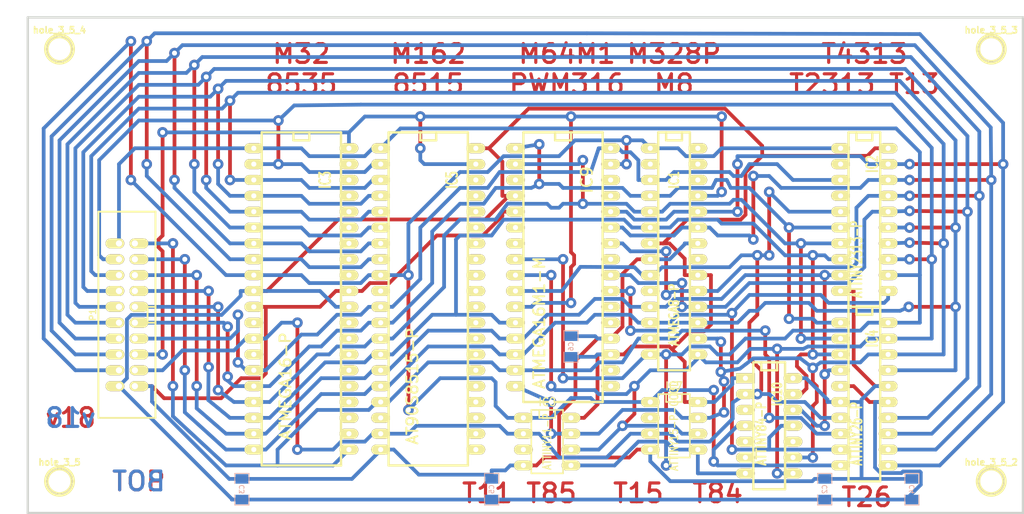
<source format=kicad_pcb>
(kicad_pcb (version 20171130) (host pcbnew "(5.1.12)-1")

  (general
    (thickness 1.6002)
    (drawings 51)
    (tracks 998)
    (zones 0)
    (modules 19)
    (nets 21)
  )

  (page A4)
  (title_block
    (title "hvpp big adapter")
    (date "20 oct 2013")
    (rev 17)
    (company emard)
  )

  (layers
    (0 Front signal)
    (31 Back signal)
    (32 B.Adhes user)
    (33 F.Adhes user)
    (34 B.Paste user)
    (35 F.Paste user)
    (36 B.SilkS user)
    (37 F.SilkS user)
    (38 B.Mask user)
    (39 F.Mask user)
    (40 Dwgs.User user)
    (41 Cmts.User user)
    (42 Eco1.User user)
    (43 Eco2.User user)
    (44 Edge.Cuts user)
  )

  (setup
    (last_trace_width 0.59944)
    (trace_clearance 0.1016)
    (zone_clearance 0.70104)
    (zone_45_only no)
    (trace_min 0.2032)
    (via_size 1.69926)
    (via_drill 0.8001)
    (via_min_size 0.889)
    (via_min_drill 0.508)
    (uvia_size 0.508)
    (uvia_drill 0.127)
    (uvias_allowed no)
    (uvia_min_size 0.508)
    (uvia_min_drill 0.127)
    (edge_width 0.381)
    (segment_width 0.381)
    (pcb_text_width 0.3048)
    (pcb_text_size 1.524 2.032)
    (mod_edge_width 0.381)
    (mod_text_size 1.524 1.524)
    (mod_text_width 0.3048)
    (pad_size 1.524 2.032)
    (pad_drill 0)
    (pad_to_mask_clearance 0.254)
    (aux_axis_origin 0 0)
    (visible_elements 7FFFFFFF)
    (pcbplotparams
      (layerselection 0x010f0_80000001)
      (usegerberextensions true)
      (usegerberattributes true)
      (usegerberadvancedattributes true)
      (creategerberjobfile true)
      (excludeedgelayer false)
      (linewidth 0.150000)
      (plotframeref false)
      (viasonmask false)
      (mode 1)
      (useauxorigin false)
      (hpglpennumber 1)
      (hpglpenspeed 20)
      (hpglpendiameter 15.000000)
      (psnegative false)
      (psa4output false)
      (plotreference true)
      (plotvalue true)
      (plotinvisibletext true)
      (padsonsilk false)
      (subtractmaskfromsilk false)
      (outputformat 1)
      (mirror false)
      (drillshape 0)
      (scaleselection 1)
      (outputdirectory "plot/"))
  )

  (net 0 "")
  (net 1 /BS1)
  (net 2 /BS2)
  (net 3 /CLK)
  (net 4 /D0)
  (net 5 /D1)
  (net 6 /D2)
  (net 7 /D3)
  (net 8 /D4)
  (net 9 /D5)
  (net 10 /D6)
  (net 11 /D7)
  (net 12 /OE)
  (net 13 /PAGEL)
  (net 14 /RDY)
  (net 15 /RST12V)
  (net 16 /VCC)
  (net 17 /WR)
  (net 18 /XA0)
  (net 19 /XA1)
  (net 20 GND)

  (net_class Default "This is the default net class."
    (clearance 0.1016)
    (trace_width 0.59944)
    (via_dia 1.69926)
    (via_drill 0.8001)
    (uvia_dia 0.508)
    (uvia_drill 0.127)
    (add_net /BS1)
    (add_net /BS2)
    (add_net /CLK)
    (add_net /D0)
    (add_net /D1)
    (add_net /D2)
    (add_net /D3)
    (add_net /D4)
    (add_net /D5)
    (add_net /D6)
    (add_net /D7)
    (add_net /OE)
    (add_net /PAGEL)
    (add_net /RDY)
    (add_net /RST12V)
    (add_net /VCC)
    (add_net /WR)
    (add_net /XA0)
    (add_net /XA1)
    (add_net GND)
  )

  (module DIP-28__300-bigpads (layer Front) (tedit 5016FE20) (tstamp 501649CB)
    (at 179.705 100.33 270)
    (descr "28 pins DIL package, round pads, width 300mil")
    (tags DIL)
    (path /50164E25)
    (fp_text reference IC1 (at -11.43 0 270) (layer F.SilkS)
      (effects (font (size 1.524 1.143) (thickness 0.28702)))
    )
    (fp_text value ATMEGA8-P (at 10.16 0 270) (layer F.SilkS)
      (effects (font (size 1.524 1.143) (thickness 0.28702)))
    )
    (fp_line (start -17.78 1.27) (end -19.05 1.27) (layer F.SilkS) (width 0.381))
    (fp_line (start -17.78 -1.27) (end -17.78 1.27) (layer F.SilkS) (width 0.381))
    (fp_line (start -19.05 -1.27) (end -17.78 -1.27) (layer F.SilkS) (width 0.381))
    (fp_line (start -19.05 2.54) (end -19.05 -2.54) (layer F.SilkS) (width 0.381))
    (fp_line (start 19.05 2.54) (end -19.05 2.54) (layer F.SilkS) (width 0.381))
    (fp_line (start 19.05 -2.54) (end 19.05 2.54) (layer F.SilkS) (width 0.381))
    (fp_line (start -19.05 -2.54) (end 19.05 -2.54) (layer F.SilkS) (width 0.381))
    (pad 2 thru_hole oval (at -13.97 3.81 270) (size 1.6002 2.99974) (drill 0.8128) (layers *.Cu *.Mask F.SilkS))
    (pad 3 thru_hole oval (at -11.43 3.81 270) (size 1.6002 2.99974) (drill 0.8128) (layers *.Cu *.Mask F.SilkS)
      (net 14 /RDY))
    (pad 4 thru_hole oval (at -8.89 3.81 270) (size 1.6002 2.99974) (drill 0.8128) (layers *.Cu *.Mask F.SilkS)
      (net 12 /OE))
    (pad 5 thru_hole oval (at -6.35 3.81 270) (size 1.6002 2.99974) (drill 0.8128) (layers *.Cu *.Mask F.SilkS)
      (net 17 /WR))
    (pad 6 thru_hole oval (at -3.81 3.81 270) (size 1.6002 2.99974) (drill 0.8128) (layers *.Cu *.Mask F.SilkS)
      (net 1 /BS1))
    (pad 7 thru_hole oval (at -1.27 3.81 270) (size 1.6002 2.99974) (drill 0.8128) (layers *.Cu *.Mask F.SilkS)
      (net 16 /VCC))
    (pad 8 thru_hole oval (at 1.27 3.81 270) (size 1.6002 2.99974) (drill 0.8128) (layers *.Cu *.Mask F.SilkS)
      (net 20 GND))
    (pad 9 thru_hole oval (at 3.81 3.81 270) (size 1.6002 2.99974) (drill 0.8128) (layers *.Cu *.Mask F.SilkS)
      (net 3 /CLK))
    (pad 10 thru_hole oval (at 6.35 3.81 270) (size 1.6002 2.99974) (drill 0.8128) (layers *.Cu *.Mask F.SilkS))
    (pad 11 thru_hole oval (at 8.89 3.81 270) (size 1.6002 2.99974) (drill 0.8128) (layers *.Cu *.Mask F.SilkS)
      (net 18 /XA0))
    (pad 12 thru_hole oval (at 11.43 3.81 270) (size 1.6002 2.99974) (drill 0.8128) (layers *.Cu *.Mask F.SilkS)
      (net 19 /XA1))
    (pad 13 thru_hole oval (at 13.97 3.81 270) (size 1.6002 2.99974) (drill 0.8128) (layers *.Cu *.Mask F.SilkS)
      (net 13 /PAGEL))
    (pad 14 thru_hole oval (at 16.51 3.81 270) (size 1.6002 2.99974) (drill 0.8128) (layers *.Cu *.Mask F.SilkS)
      (net 4 /D0))
    (pad 1 thru_hole oval (at -16.51 3.81 270) (size 1.6002 2.99974) (drill 0.8128) (layers *.Cu *.Mask F.SilkS)
      (net 15 /RST12V))
    (pad 15 thru_hole oval (at 16.51 -3.81 270) (size 1.6002 2.99974) (drill 0.8128) (layers *.Cu *.Mask F.SilkS)
      (net 5 /D1))
    (pad 16 thru_hole oval (at 13.97 -3.81 270) (size 1.6002 2.99974) (drill 0.8128) (layers *.Cu *.Mask F.SilkS)
      (net 6 /D2))
    (pad 17 thru_hole oval (at 11.43 -3.81 270) (size 1.6002 2.99974) (drill 0.8128) (layers *.Cu *.Mask F.SilkS)
      (net 7 /D3))
    (pad 18 thru_hole oval (at 8.89 -3.81 270) (size 1.6002 2.99974) (drill 0.8128) (layers *.Cu *.Mask F.SilkS)
      (net 8 /D4))
    (pad 19 thru_hole oval (at 6.35 -3.81 270) (size 1.6002 2.99974) (drill 0.8128) (layers *.Cu *.Mask F.SilkS)
      (net 9 /D5))
    (pad 20 thru_hole oval (at 3.81 -3.81 270) (size 1.6002 2.99974) (drill 0.8128) (layers *.Cu *.Mask F.SilkS)
      (net 16 /VCC))
    (pad 21 thru_hole oval (at 1.27 -3.81 270) (size 1.6002 2.99974) (drill 0.8128) (layers *.Cu *.Mask F.SilkS))
    (pad 22 thru_hole oval (at -1.27 -3.81 270) (size 1.6002 2.99974) (drill 0.8128) (layers *.Cu *.Mask F.SilkS)
      (net 20 GND))
    (pad 23 thru_hole oval (at -3.81 -3.81 270) (size 1.6002 2.99974) (drill 0.8128) (layers *.Cu *.Mask F.SilkS)
      (net 10 /D6))
    (pad 24 thru_hole oval (at -6.35 -3.81 270) (size 1.6002 2.99974) (drill 0.8128) (layers *.Cu *.Mask F.SilkS)
      (net 11 /D7))
    (pad 25 thru_hole oval (at -8.89 -3.81 270) (size 1.6002 2.99974) (drill 0.8128) (layers *.Cu *.Mask F.SilkS)
      (net 2 /BS2))
    (pad 26 thru_hole oval (at -11.43 -3.81 270) (size 1.6002 2.99974) (drill 0.8128) (layers *.Cu *.Mask F.SilkS))
    (pad 27 thru_hole oval (at -13.97 -3.81 270) (size 1.6002 2.99974) (drill 0.8128) (layers *.Cu *.Mask F.SilkS))
    (pad 28 thru_hole oval (at -16.51 -3.81 270) (size 1.6002 2.99974) (drill 0.8128) (layers *.Cu *.Mask F.SilkS))
    (model dil/dil_28-w300.wrl
      (at (xyz 0 0 0))
      (scale (xyz 1 1 1))
      (rotate (xyz 0 0 0))
    )
  )

  (module conn_strip_10x2_largepads (layer Front) (tedit 5012A150) (tstamp 50165503)
    (at 92.075 110.49 90)
    (descr "connector strip 10x2pin large pads")
    (tags "CONN DEV")
    (path /50165484)
    (fp_text reference P1 (at 0 -5.461 90) (layer F.SilkS)
      (effects (font (size 1.016 1.016) (thickness 0.2032)))
    )
    (fp_text value CONN_10X2 (at 0 5.461 90) (layer F.SilkS) hide
      (effects (font (size 1.016 0.889) (thickness 0.2032)))
    )
    (fp_line (start -1.27 3.302) (end -1.27 4.572) (layer F.SilkS) (width 0.29972))
    (fp_line (start 1.27 3.302) (end -1.27 3.302) (layer F.SilkS) (width 0.29972))
    (fp_line (start 1.27 4.572) (end 1.27 3.302) (layer F.SilkS) (width 0.29972))
    (fp_line (start 16.51 -4.572) (end 16.51 4.572) (layer F.SilkS) (width 0.29972))
    (fp_line (start -16.51 -4.572) (end -16.51 4.572) (layer F.SilkS) (width 0.29972))
    (fp_line (start -16.51 -4.572) (end 16.51 -4.572) (layer F.SilkS) (width 0.3048))
    (fp_line (start 16.51 4.572) (end -16.51 4.572) (layer F.SilkS) (width 0.3048))
    (pad 1 thru_hole oval (at -11.43 1.27 90) (size 1.6002 2.99974) (drill 1.00076 (offset 0 0.65024)) (layers *.Cu *.Mask F.SilkS)
      (net 20 GND))
    (pad 2 thru_hole oval (at -11.43 -1.27 90) (size 1.6002 2.99974) (drill 1.00076 (offset 0 -0.65024)) (layers *.Cu *.Mask F.SilkS)
      (net 16 /VCC))
    (pad 3 thru_hole oval (at -8.89 1.27 90) (size 1.6002 2.99974) (drill 1.00076 (offset 0 0.65024)) (layers *.Cu *.Mask F.SilkS)
      (net 3 /CLK))
    (pad 4 thru_hole oval (at -8.89 -1.27 90) (size 1.6002 2.99974) (drill 1.00076 (offset 0 -0.65024)) (layers *.Cu *.Mask F.SilkS)
      (net 15 /RST12V))
    (pad 5 thru_hole oval (at -6.35 1.27 90) (size 1.6002 2.99974) (drill 1.00076 (offset 0 0.65024)) (layers *.Cu *.Mask F.SilkS)
      (net 2 /BS2))
    (pad 6 thru_hole oval (at -6.35 -1.27 90) (size 1.6002 2.99974) (drill 1.00076 (offset 0 -0.65024)) (layers *.Cu *.Mask F.SilkS)
      (net 11 /D7))
    (pad 7 thru_hole oval (at -3.81 1.27 90) (size 1.6002 2.99974) (drill 1.00076 (offset 0 0.65024)) (layers *.Cu *.Mask F.SilkS)
      (net 14 /RDY))
    (pad 8 thru_hole oval (at -3.81 -1.27 90) (size 1.6002 2.99974) (drill 1.00076 (offset 0 -0.65024)) (layers *.Cu *.Mask F.SilkS)
      (net 10 /D6))
    (pad 9 thru_hole oval (at -1.27 1.27 90) (size 1.6002 2.99974) (drill 1.00076 (offset 0 0.65024)) (layers *.Cu *.Mask F.SilkS)
      (net 12 /OE))
    (pad 10 thru_hole oval (at -1.27 -1.27 90) (size 1.6002 2.99974) (drill 1.00076 (offset 0 -0.65024)) (layers *.Cu *.Mask F.SilkS)
      (net 9 /D5))
    (pad 11 thru_hole oval (at 1.27 1.27 90) (size 1.6002 2.99974) (drill 1.00076 (offset 0 0.65024)) (layers *.Cu *.Mask F.SilkS)
      (net 17 /WR))
    (pad 12 thru_hole oval (at 1.27 -1.27 90) (size 1.6002 2.99974) (drill 1.00076 (offset 0 -0.65024)) (layers *.Cu *.Mask F.SilkS)
      (net 8 /D4))
    (pad 13 thru_hole oval (at 3.81 1.27 90) (size 1.6002 2.99974) (drill 1.00076 (offset 0 0.65024)) (layers *.Cu *.Mask F.SilkS)
      (net 1 /BS1))
    (pad 14 thru_hole oval (at 3.81 -1.27 90) (size 1.6002 2.99974) (drill 1.00076 (offset 0 -0.65024)) (layers *.Cu *.Mask F.SilkS)
      (net 7 /D3))
    (pad 15 thru_hole oval (at 6.35 1.27 90) (size 1.6002 2.99974) (drill 1.00076 (offset 0 0.65024)) (layers *.Cu *.Mask F.SilkS)
      (net 18 /XA0))
    (pad 16 thru_hole oval (at 6.35 -1.27 90) (size 1.6002 2.99974) (drill 1.00076 (offset 0 -0.65024)) (layers *.Cu *.Mask F.SilkS)
      (net 6 /D2))
    (pad 17 thru_hole oval (at 8.89 1.27 90) (size 1.6002 2.99974) (drill 1.00076 (offset 0 0.65024)) (layers *.Cu *.Mask F.SilkS)
      (net 19 /XA1))
    (pad 18 thru_hole oval (at 8.89 -1.27 90) (size 1.6002 2.99974) (drill 1.00076 (offset 0 -0.65024)) (layers *.Cu *.Mask F.SilkS)
      (net 5 /D1))
    (pad 19 thru_hole oval (at 11.43 1.27 90) (size 1.6002 2.99974) (drill 1.00076 (offset 0 0.65024)) (layers *.Cu *.Mask F.SilkS)
      (net 13 /PAGEL))
    (pad 20 thru_hole oval (at 11.43 -1.27 90) (size 1.6002 2.99974) (drill 1.00076 (offset 0 -0.65024)) (layers *.Cu *.Mask F.SilkS)
      (net 4 /D0))
    (model walter/conn_strip/vasch_strip_10x2.wrl
      (at (xyz 0 0 0))
      (scale (xyz 1 1 1))
      (rotate (xyz 0 0 0))
    )
  )

  (module DIP-40__600-bigpads (layer Front) (tedit 50107CAC) (tstamp 5)
    (at 120.015 107.95 270)
    (descr "Module Dil 40 pins, pads ronds, e=600 mils")
    (tags DIL)
    (path /50163F84)
    (fp_text reference IC3 (at -19.05 -3.81 270) (layer F.SilkS)
      (effects (font (size 1.778 1.143) (thickness 0.28702)))
    )
    (fp_text value ATMEGA16-P (at 13.97 2.54 270) (layer F.SilkS)
      (effects (font (size 1.778 1.778) (thickness 0.3048)))
    )
    (fp_line (start -26.67 6.35) (end -26.67 -6.35) (layer F.SilkS) (width 0.381))
    (fp_line (start 26.67 6.35) (end -26.67 6.35) (layer F.SilkS) (width 0.381))
    (fp_line (start 26.67 -6.35) (end 26.67 6.35) (layer F.SilkS) (width 0.381))
    (fp_line (start -26.67 -6.35) (end 26.67 -6.35) (layer F.SilkS) (width 0.381))
    (fp_line (start -25.4 1.27) (end -26.67 1.27) (layer F.SilkS) (width 0.381))
    (fp_line (start -25.4 -1.27) (end -25.4 1.27) (layer F.SilkS) (width 0.381))
    (fp_line (start -26.67 -1.27) (end -25.4 -1.27) (layer F.SilkS) (width 0.381))
    (pad 1 thru_hole oval (at -24.13 7.62 270) (size 1.6002 2.99974) (drill 0.8128) (layers *.Cu *.Mask F.SilkS)
      (net 4 /D0))
    (pad 2 thru_hole oval (at -21.59 7.62 270) (size 1.6002 2.99974) (drill 0.8128) (layers *.Cu *.Mask F.SilkS)
      (net 5 /D1))
    (pad 3 thru_hole oval (at -19.05 7.62 270) (size 1.6002 2.99974) (drill 0.8128) (layers *.Cu *.Mask F.SilkS)
      (net 6 /D2))
    (pad 4 thru_hole oval (at -16.51 7.62 270) (size 1.6002 2.99974) (drill 0.8128) (layers *.Cu *.Mask F.SilkS)
      (net 7 /D3))
    (pad 5 thru_hole oval (at -13.97 7.62 270) (size 1.6002 2.99974) (drill 0.8128) (layers *.Cu *.Mask F.SilkS)
      (net 8 /D4))
    (pad 6 thru_hole oval (at -11.43 7.62 270) (size 1.6002 2.99974) (drill 0.8128) (layers *.Cu *.Mask F.SilkS)
      (net 9 /D5))
    (pad 7 thru_hole oval (at -8.89 7.62 270) (size 1.6002 2.99974) (drill 0.8128) (layers *.Cu *.Mask F.SilkS)
      (net 10 /D6))
    (pad 8 thru_hole oval (at -6.35 7.62 270) (size 1.6002 2.99974) (drill 0.8128) (layers *.Cu *.Mask F.SilkS)
      (net 11 /D7))
    (pad 9 thru_hole oval (at -3.81 7.62 270) (size 1.6002 2.99974) (drill 0.8128) (layers *.Cu *.Mask F.SilkS)
      (net 15 /RST12V))
    (pad 10 thru_hole oval (at -1.27 7.62 270) (size 1.6002 2.99974) (drill 0.8128) (layers *.Cu *.Mask F.SilkS)
      (net 16 /VCC))
    (pad 11 thru_hole oval (at 1.27 7.62 270) (size 1.6002 2.99974) (drill 0.8128) (layers *.Cu *.Mask F.SilkS)
      (net 20 GND))
    (pad 12 thru_hole oval (at 3.81 7.62 270) (size 1.6002 2.99974) (drill 0.8128) (layers *.Cu *.Mask F.SilkS))
    (pad 13 thru_hole oval (at 6.35 7.62 270) (size 1.6002 2.99974) (drill 0.8128) (layers *.Cu *.Mask F.SilkS)
      (net 3 /CLK))
    (pad 14 thru_hole oval (at 8.89 7.62 270) (size 1.6002 2.99974) (drill 0.8128) (layers *.Cu *.Mask F.SilkS))
    (pad 15 thru_hole oval (at 11.43 7.62 270) (size 1.6002 2.99974) (drill 0.8128) (layers *.Cu *.Mask F.SilkS)
      (net 14 /RDY))
    (pad 16 thru_hole oval (at 13.97 7.62 270) (size 1.6002 2.99974) (drill 0.8128) (layers *.Cu *.Mask F.SilkS)
      (net 12 /OE))
    (pad 17 thru_hole oval (at 16.51 7.62 270) (size 1.6002 2.99974) (drill 0.8128) (layers *.Cu *.Mask F.SilkS)
      (net 17 /WR))
    (pad 18 thru_hole oval (at 19.05 7.62 270) (size 1.6002 2.99974) (drill 0.8128) (layers *.Cu *.Mask F.SilkS)
      (net 1 /BS1))
    (pad 19 thru_hole oval (at 21.59 7.62 270) (size 1.6002 2.99974) (drill 0.8128) (layers *.Cu *.Mask F.SilkS)
      (net 18 /XA0))
    (pad 20 thru_hole oval (at 24.13 7.62 270) (size 1.6002 2.99974) (drill 0.8128) (layers *.Cu *.Mask F.SilkS)
      (net 19 /XA1))
    (pad 21 thru_hole oval (at 24.13 -7.62 270) (size 1.6002 2.99974) (drill 0.8128) (layers *.Cu *.Mask F.SilkS)
      (net 13 /PAGEL))
    (pad 22 thru_hole oval (at 21.59 -7.62 270) (size 1.6002 2.99974) (drill 0.8128) (layers *.Cu *.Mask F.SilkS))
    (pad 23 thru_hole oval (at 19.05 -7.62 270) (size 1.6002 2.99974) (drill 0.8128) (layers *.Cu *.Mask F.SilkS))
    (pad 24 thru_hole oval (at 16.51 -7.62 270) (size 1.6002 2.99974) (drill 0.8128) (layers *.Cu *.Mask F.SilkS))
    (pad 25 thru_hole oval (at 13.97 -7.62 270) (size 1.6002 2.99974) (drill 0.8128) (layers *.Cu *.Mask F.SilkS))
    (pad 26 thru_hole oval (at 11.43 -7.62 270) (size 1.6002 2.99974) (drill 0.8128) (layers *.Cu *.Mask F.SilkS))
    (pad 27 thru_hole oval (at 8.89 -7.62 270) (size 1.6002 2.99974) (drill 0.8128) (layers *.Cu *.Mask F.SilkS))
    (pad 28 thru_hole oval (at 6.35 -7.62 270) (size 1.6002 2.99974) (drill 0.8128) (layers *.Cu *.Mask F.SilkS))
    (pad 29 thru_hole oval (at 3.81 -7.62 270) (size 1.6002 2.99974) (drill 0.8128) (layers *.Cu *.Mask F.SilkS))
    (pad 30 thru_hole oval (at 1.27 -7.62 270) (size 1.6002 2.99974) (drill 0.8128) (layers *.Cu *.Mask F.SilkS)
      (net 16 /VCC))
    (pad 31 thru_hole oval (at -1.27 -7.62 270) (size 1.6002 2.99974) (drill 0.8128) (layers *.Cu *.Mask F.SilkS)
      (net 20 GND))
    (pad 32 thru_hole oval (at -3.81 -7.62 270) (size 1.6002 2.99974) (drill 0.8128) (layers *.Cu *.Mask F.SilkS))
    (pad 33 thru_hole oval (at -6.35 -7.62 270) (size 1.6002 2.99974) (drill 0.8128) (layers *.Cu *.Mask F.SilkS))
    (pad 34 thru_hole oval (at -8.89 -7.62 270) (size 1.6002 2.99974) (drill 0.8128) (layers *.Cu *.Mask F.SilkS))
    (pad 35 thru_hole oval (at -11.43 -7.62 270) (size 1.6002 2.99974) (drill 0.8128) (layers *.Cu *.Mask F.SilkS))
    (pad 36 thru_hole oval (at -13.97 -7.62 270) (size 1.6002 2.99974) (drill 0.8128) (layers *.Cu *.Mask F.SilkS))
    (pad 37 thru_hole oval (at -16.51 -7.62 270) (size 1.6002 2.99974) (drill 0.8128) (layers *.Cu *.Mask F.SilkS))
    (pad 38 thru_hole oval (at -19.05 -7.62 270) (size 1.6002 2.99974) (drill 0.8128) (layers *.Cu *.Mask F.SilkS))
    (pad 39 thru_hole oval (at -21.59 -7.62 270) (size 1.6002 2.99974) (drill 0.8128) (layers *.Cu *.Mask F.SilkS))
    (pad 40 thru_hole oval (at -24.13 -7.62 270) (size 1.6002 2.99974) (drill 0.8128) (layers *.Cu *.Mask F.SilkS)
      (net 2 /BS2))
    (model dil/dil_40-w600.wrl
      (at (xyz 0 0 0))
      (scale (xyz 1 1 1))
      (rotate (xyz 0 0 0))
    )
  )

  (module DIP-40__600-bigpads (layer Front) (tedit 50107CAC) (tstamp 50164F6C)
    (at 140.335 107.95 270)
    (descr "Module Dil 40 pins, pads ronds, e=600 mils")
    (tags DIL)
    (path /50164BA2)
    (fp_text reference IC5 (at -19.05 -3.81 270) (layer F.SilkS)
      (effects (font (size 1.778 1.143) (thickness 0.28702)))
    )
    (fp_text value AT90S8515-P (at 13.97 2.54 270) (layer F.SilkS)
      (effects (font (size 1.778 1.778) (thickness 0.3048)))
    )
    (fp_line (start -26.67 6.35) (end -26.67 -6.35) (layer F.SilkS) (width 0.381))
    (fp_line (start 26.67 6.35) (end -26.67 6.35) (layer F.SilkS) (width 0.381))
    (fp_line (start 26.67 -6.35) (end 26.67 6.35) (layer F.SilkS) (width 0.381))
    (fp_line (start -26.67 -6.35) (end 26.67 -6.35) (layer F.SilkS) (width 0.381))
    (fp_line (start -25.4 1.27) (end -26.67 1.27) (layer F.SilkS) (width 0.381))
    (fp_line (start -25.4 -1.27) (end -25.4 1.27) (layer F.SilkS) (width 0.381))
    (fp_line (start -26.67 -1.27) (end -25.4 -1.27) (layer F.SilkS) (width 0.381))
    (pad 1 thru_hole oval (at -24.13 7.62 270) (size 1.6002 2.99974) (drill 0.8128) (layers *.Cu *.Mask F.SilkS)
      (net 4 /D0))
    (pad 2 thru_hole oval (at -21.59 7.62 270) (size 1.6002 2.99974) (drill 0.8128) (layers *.Cu *.Mask F.SilkS)
      (net 5 /D1))
    (pad 3 thru_hole oval (at -19.05 7.62 270) (size 1.6002 2.99974) (drill 0.8128) (layers *.Cu *.Mask F.SilkS)
      (net 6 /D2))
    (pad 4 thru_hole oval (at -16.51 7.62 270) (size 1.6002 2.99974) (drill 0.8128) (layers *.Cu *.Mask F.SilkS)
      (net 7 /D3))
    (pad 5 thru_hole oval (at -13.97 7.62 270) (size 1.6002 2.99974) (drill 0.8128) (layers *.Cu *.Mask F.SilkS)
      (net 8 /D4))
    (pad 6 thru_hole oval (at -11.43 7.62 270) (size 1.6002 2.99974) (drill 0.8128) (layers *.Cu *.Mask F.SilkS)
      (net 9 /D5))
    (pad 7 thru_hole oval (at -8.89 7.62 270) (size 1.6002 2.99974) (drill 0.8128) (layers *.Cu *.Mask F.SilkS)
      (net 10 /D6))
    (pad 8 thru_hole oval (at -6.35 7.62 270) (size 1.6002 2.99974) (drill 0.8128) (layers *.Cu *.Mask F.SilkS)
      (net 11 /D7))
    (pad 9 thru_hole oval (at -3.81 7.62 270) (size 1.6002 2.99974) (drill 0.8128) (layers *.Cu *.Mask F.SilkS)
      (net 15 /RST12V))
    (pad 10 thru_hole oval (at -1.27 7.62 270) (size 1.6002 2.99974) (drill 0.8128) (layers *.Cu *.Mask F.SilkS))
    (pad 11 thru_hole oval (at 1.27 7.62 270) (size 1.6002 2.99974) (drill 0.8128) (layers *.Cu *.Mask F.SilkS)
      (net 14 /RDY))
    (pad 12 thru_hole oval (at 3.81 7.62 270) (size 1.6002 2.99974) (drill 0.8128) (layers *.Cu *.Mask F.SilkS)
      (net 12 /OE))
    (pad 13 thru_hole oval (at 6.35 7.62 270) (size 1.6002 2.99974) (drill 0.8128) (layers *.Cu *.Mask F.SilkS)
      (net 17 /WR))
    (pad 14 thru_hole oval (at 8.89 7.62 270) (size 1.6002 2.99974) (drill 0.8128) (layers *.Cu *.Mask F.SilkS)
      (net 1 /BS1))
    (pad 15 thru_hole oval (at 11.43 7.62 270) (size 1.6002 2.99974) (drill 0.8128) (layers *.Cu *.Mask F.SilkS)
      (net 18 /XA0))
    (pad 16 thru_hole oval (at 13.97 7.62 270) (size 1.6002 2.99974) (drill 0.8128) (layers *.Cu *.Mask F.SilkS)
      (net 19 /XA1))
    (pad 17 thru_hole oval (at 16.51 7.62 270) (size 1.6002 2.99974) (drill 0.8128) (layers *.Cu *.Mask F.SilkS)
      (net 13 /PAGEL))
    (pad 18 thru_hole oval (at 19.05 7.62 270) (size 1.6002 2.99974) (drill 0.8128) (layers *.Cu *.Mask F.SilkS))
    (pad 19 thru_hole oval (at 21.59 7.62 270) (size 1.6002 2.99974) (drill 0.8128) (layers *.Cu *.Mask F.SilkS)
      (net 3 /CLK))
    (pad 20 thru_hole oval (at 24.13 7.62 270) (size 1.6002 2.99974) (drill 0.8128) (layers *.Cu *.Mask F.SilkS)
      (net 20 GND))
    (pad 21 thru_hole oval (at 24.13 -7.62 270) (size 1.6002 2.99974) (drill 0.8128) (layers *.Cu *.Mask F.SilkS))
    (pad 22 thru_hole oval (at 21.59 -7.62 270) (size 1.6002 2.99974) (drill 0.8128) (layers *.Cu *.Mask F.SilkS))
    (pad 23 thru_hole oval (at 19.05 -7.62 270) (size 1.6002 2.99974) (drill 0.8128) (layers *.Cu *.Mask F.SilkS))
    (pad 24 thru_hole oval (at 16.51 -7.62 270) (size 1.6002 2.99974) (drill 0.8128) (layers *.Cu *.Mask F.SilkS))
    (pad 25 thru_hole oval (at 13.97 -7.62 270) (size 1.6002 2.99974) (drill 0.8128) (layers *.Cu *.Mask F.SilkS))
    (pad 26 thru_hole oval (at 11.43 -7.62 270) (size 1.6002 2.99974) (drill 0.8128) (layers *.Cu *.Mask F.SilkS))
    (pad 27 thru_hole oval (at 8.89 -7.62 270) (size 1.6002 2.99974) (drill 0.8128) (layers *.Cu *.Mask F.SilkS))
    (pad 28 thru_hole oval (at 6.35 -7.62 270) (size 1.6002 2.99974) (drill 0.8128) (layers *.Cu *.Mask F.SilkS))
    (pad 29 thru_hole oval (at 3.81 -7.62 270) (size 1.6002 2.99974) (drill 0.8128) (layers *.Cu *.Mask F.SilkS))
    (pad 30 thru_hole oval (at 1.27 -7.62 270) (size 1.6002 2.99974) (drill 0.8128) (layers *.Cu *.Mask F.SilkS))
    (pad 31 thru_hole oval (at -1.27 -7.62 270) (size 1.6002 2.99974) (drill 0.8128) (layers *.Cu *.Mask F.SilkS))
    (pad 32 thru_hole oval (at -3.81 -7.62 270) (size 1.6002 2.99974) (drill 0.8128) (layers *.Cu *.Mask F.SilkS))
    (pad 33 thru_hole oval (at -6.35 -7.62 270) (size 1.6002 2.99974) (drill 0.8128) (layers *.Cu *.Mask F.SilkS))
    (pad 34 thru_hole oval (at -8.89 -7.62 270) (size 1.6002 2.99974) (drill 0.8128) (layers *.Cu *.Mask F.SilkS))
    (pad 35 thru_hole oval (at -11.43 -7.62 270) (size 1.6002 2.99974) (drill 0.8128) (layers *.Cu *.Mask F.SilkS))
    (pad 36 thru_hole oval (at -13.97 -7.62 270) (size 1.6002 2.99974) (drill 0.8128) (layers *.Cu *.Mask F.SilkS))
    (pad 37 thru_hole oval (at -16.51 -7.62 270) (size 1.6002 2.99974) (drill 0.8128) (layers *.Cu *.Mask F.SilkS))
    (pad 38 thru_hole oval (at -19.05 -7.62 270) (size 1.6002 2.99974) (drill 0.8128) (layers *.Cu *.Mask F.SilkS))
    (pad 39 thru_hole oval (at -21.59 -7.62 270) (size 1.6002 2.99974) (drill 0.8128) (layers *.Cu *.Mask F.SilkS)
      (net 2 /BS2))
    (pad 40 thru_hole oval (at -24.13 -7.62 270) (size 1.6002 2.99974) (drill 0.8128) (layers *.Cu *.Mask F.SilkS)
      (net 16 /VCC))
    (model dil/dil_40-w600.wrl
      (at (xyz 0 0 0))
      (scale (xyz 1 1 1))
      (rotate (xyz 0 0 0))
    )
  )

  (module DIP-20__300-bigpads (layer Front) (tedit 5016FEAC) (tstamp 50164BEA)
    (at 210.185 95.25 270)
    (descr "20 pins DIL package, round pads")
    (tags DIL)
    (path /50164F39)
    (fp_text reference IC2 (at -8.89 -1.27 270) (layer F.SilkS)
      (effects (font (size 1.778 1.143) (thickness 0.28702)))
    )
    (fp_text value ATTINY2313-P (at 6.35 1.27 270) (layer F.SilkS)
      (effects (font (size 1.778 1.143) (thickness 0.28702)))
    )
    (fp_line (start -13.97 2.54) (end -13.97 -2.54) (layer F.SilkS) (width 0.381))
    (fp_line (start 13.97 2.54) (end -13.97 2.54) (layer F.SilkS) (width 0.381))
    (fp_line (start 13.97 -2.54) (end 13.97 2.54) (layer F.SilkS) (width 0.381))
    (fp_line (start -13.97 -2.54) (end 13.97 -2.54) (layer F.SilkS) (width 0.381))
    (fp_line (start -12.7 1.27) (end -13.97 1.27) (layer F.SilkS) (width 0.381))
    (fp_line (start -12.7 -1.27) (end -12.7 1.27) (layer F.SilkS) (width 0.381))
    (fp_line (start -13.97 -1.27) (end -12.7 -1.27) (layer F.SilkS) (width 0.381))
    (pad 1 thru_hole oval (at -11.43 3.81 270) (size 1.6002 2.99974) (drill 0.8128) (layers *.Cu *.Mask F.SilkS)
      (net 15 /RST12V))
    (pad 2 thru_hole oval (at -8.89 3.81 270) (size 1.6002 2.99974) (drill 0.8128) (layers *.Cu *.Mask F.SilkS))
    (pad 3 thru_hole oval (at -6.35 3.81 270) (size 1.6002 2.99974) (drill 0.8128) (layers *.Cu *.Mask F.SilkS)
      (net 14 /RDY))
    (pad 4 thru_hole oval (at -3.81 3.81 270) (size 1.6002 2.99974) (drill 0.8128) (layers *.Cu *.Mask F.SilkS))
    (pad 5 thru_hole oval (at -1.27 3.81 270) (size 1.6002 2.99974) (drill 0.8128) (layers *.Cu *.Mask F.SilkS)
      (net 3 /CLK))
    (pad 6 thru_hole oval (at 1.27 3.81 270) (size 1.6002 2.99974) (drill 0.8128) (layers *.Cu *.Mask F.SilkS)
      (net 12 /OE))
    (pad 7 thru_hole oval (at 3.81 3.81 270) (size 1.6002 2.99974) (drill 0.8128) (layers *.Cu *.Mask F.SilkS)
      (net 17 /WR))
    (pad 8 thru_hole oval (at 6.35 3.81 270) (size 1.6002 2.99974) (drill 0.8128) (layers *.Cu *.Mask F.SilkS)
      (net 1 /BS1))
    (pad 9 thru_hole oval (at 8.89 3.81 270) (size 1.6002 2.99974) (drill 0.8128) (layers *.Cu *.Mask F.SilkS)
      (net 18 /XA0))
    (pad 10 thru_hole oval (at 11.43 3.81 270) (size 1.6002 2.99974) (drill 0.8128) (layers *.Cu *.Mask F.SilkS)
      (net 20 GND))
    (pad 11 thru_hole oval (at 11.43 -3.81 270) (size 1.6002 2.99974) (drill 0.8128) (layers *.Cu *.Mask F.SilkS)
      (net 19 /XA1))
    (pad 12 thru_hole oval (at 8.89 -3.81 270) (size 1.6002 2.99974) (drill 0.8128) (layers *.Cu *.Mask F.SilkS)
      (net 4 /D0))
    (pad 13 thru_hole oval (at 6.35 -3.81 270) (size 1.6002 2.99974) (drill 0.8128) (layers *.Cu *.Mask F.SilkS)
      (net 5 /D1))
    (pad 14 thru_hole oval (at 3.81 -3.81 270) (size 1.6002 2.99974) (drill 0.8128) (layers *.Cu *.Mask F.SilkS)
      (net 6 /D2))
    (pad 15 thru_hole oval (at 1.27 -3.81 270) (size 1.6002 2.99974) (drill 0.8128) (layers *.Cu *.Mask F.SilkS)
      (net 7 /D3))
    (pad 16 thru_hole oval (at -1.27 -3.81 270) (size 1.6002 2.99974) (drill 0.8128) (layers *.Cu *.Mask F.SilkS)
      (net 8 /D4))
    (pad 17 thru_hole oval (at -3.81 -3.81 270) (size 1.6002 2.99974) (drill 0.8128) (layers *.Cu *.Mask F.SilkS)
      (net 9 /D5))
    (pad 18 thru_hole oval (at -6.35 -3.81 270) (size 1.6002 2.99974) (drill 0.8128) (layers *.Cu *.Mask F.SilkS)
      (net 10 /D6))
    (pad 19 thru_hole oval (at -8.89 -3.81 270) (size 1.6002 2.99974) (drill 0.8128) (layers *.Cu *.Mask F.SilkS)
      (net 11 /D7))
    (pad 20 thru_hole oval (at -11.43 -3.81 270) (size 1.6002 2.99974) (drill 0.8128) (layers *.Cu *.Mask F.SilkS)
      (net 16 /VCC))
    (model dil/dil_20.wrl
      (at (xyz 0 0 0))
      (scale (xyz 1 1 1))
      (rotate (xyz 0 0 0))
    )
  )

  (module DIP-20__300-bigpads (layer Front) (tedit 5016FEAC) (tstamp 50164EF6)
    (at 210.185 123.19 270)
    (descr "20 pins DIL package, round pads")
    (tags DIL)
    (path /50165155)
    (fp_text reference IC4 (at -8.89 -1.27 270) (layer F.SilkS)
      (effects (font (size 1.778 1.143) (thickness 0.28702)))
    )
    (fp_text value ATTINY26-P (at 6.35 1.27 270) (layer F.SilkS)
      (effects (font (size 1.778 1.143) (thickness 0.28702)))
    )
    (fp_line (start -13.97 2.54) (end -13.97 -2.54) (layer F.SilkS) (width 0.381))
    (fp_line (start 13.97 2.54) (end -13.97 2.54) (layer F.SilkS) (width 0.381))
    (fp_line (start 13.97 -2.54) (end 13.97 2.54) (layer F.SilkS) (width 0.381))
    (fp_line (start -13.97 -2.54) (end 13.97 -2.54) (layer F.SilkS) (width 0.381))
    (fp_line (start -12.7 1.27) (end -13.97 1.27) (layer F.SilkS) (width 0.381))
    (fp_line (start -12.7 -1.27) (end -12.7 1.27) (layer F.SilkS) (width 0.381))
    (fp_line (start -13.97 -1.27) (end -12.7 -1.27) (layer F.SilkS) (width 0.381))
    (pad 1 thru_hole oval (at -11.43 3.81 270) (size 1.6002 2.99974) (drill 0.8128) (layers *.Cu *.Mask F.SilkS)
      (net 12 /OE))
    (pad 2 thru_hole oval (at -8.89 3.81 270) (size 1.6002 2.99974) (drill 0.8128) (layers *.Cu *.Mask F.SilkS)
      (net 17 /WR))
    (pad 3 thru_hole oval (at -6.35 3.81 270) (size 1.6002 2.99974) (drill 0.8128) (layers *.Cu *.Mask F.SilkS)
      (net 1 /BS1))
    (pad 4 thru_hole oval (at -3.81 3.81 270) (size 1.6002 2.99974) (drill 0.8128) (layers *.Cu *.Mask F.SilkS)
      (net 18 /XA0))
    (pad 5 thru_hole oval (at -1.27 3.81 270) (size 1.6002 2.99974) (drill 0.8128) (layers *.Cu *.Mask F.SilkS)
      (net 16 /VCC))
    (pad 6 thru_hole oval (at 1.27 3.81 270) (size 1.6002 2.99974) (drill 0.8128) (layers *.Cu *.Mask F.SilkS)
      (net 20 GND))
    (pad 7 thru_hole oval (at 3.81 3.81 270) (size 1.6002 2.99974) (drill 0.8128) (layers *.Cu *.Mask F.SilkS)
      (net 3 /CLK))
    (pad 8 thru_hole oval (at 6.35 3.81 270) (size 1.6002 2.99974) (drill 0.8128) (layers *.Cu *.Mask F.SilkS)
      (net 13 /PAGEL))
    (pad 9 thru_hole oval (at 8.89 3.81 270) (size 1.6002 2.99974) (drill 0.8128) (layers *.Cu *.Mask F.SilkS)
      (net 19 /XA1))
    (pad 10 thru_hole oval (at 11.43 3.81 270) (size 1.6002 2.99974) (drill 0.8128) (layers *.Cu *.Mask F.SilkS)
      (net 15 /RST12V))
    (pad 11 thru_hole oval (at 11.43 -3.81 270) (size 1.6002 2.99974) (drill 0.8128) (layers *.Cu *.Mask F.SilkS)
      (net 11 /D7))
    (pad 12 thru_hole oval (at 8.89 -3.81 270) (size 1.6002 2.99974) (drill 0.8128) (layers *.Cu *.Mask F.SilkS)
      (net 10 /D6))
    (pad 13 thru_hole oval (at 6.35 -3.81 270) (size 1.6002 2.99974) (drill 0.8128) (layers *.Cu *.Mask F.SilkS)
      (net 9 /D5))
    (pad 14 thru_hole oval (at 3.81 -3.81 270) (size 1.6002 2.99974) (drill 0.8128) (layers *.Cu *.Mask F.SilkS)
      (net 8 /D4))
    (pad 15 thru_hole oval (at 1.27 -3.81 270) (size 1.6002 2.99974) (drill 0.8128) (layers *.Cu *.Mask F.SilkS)
      (net 16 /VCC))
    (pad 16 thru_hole oval (at -1.27 -3.81 270) (size 1.6002 2.99974) (drill 0.8128) (layers *.Cu *.Mask F.SilkS)
      (net 20 GND))
    (pad 17 thru_hole oval (at -3.81 -3.81 270) (size 1.6002 2.99974) (drill 0.8128) (layers *.Cu *.Mask F.SilkS)
      (net 7 /D3))
    (pad 18 thru_hole oval (at -6.35 -3.81 270) (size 1.6002 2.99974) (drill 0.8128) (layers *.Cu *.Mask F.SilkS)
      (net 6 /D2))
    (pad 19 thru_hole oval (at -8.89 -3.81 270) (size 1.6002 2.99974) (drill 0.8128) (layers *.Cu *.Mask F.SilkS)
      (net 5 /D1))
    (pad 20 thru_hole oval (at -11.43 -3.81 270) (size 1.6002 2.99974) (drill 0.8128) (layers *.Cu *.Mask F.SilkS)
      (net 4 /D0))
    (model dil/dil_20.wrl
      (at (xyz 0 0 0))
      (scale (xyz 1 1 1))
      (rotate (xyz 0 0 0))
    )
  )

  (module DIP-8__300-bigpads (layer Front) (tedit 5016FFA8) (tstamp 50165119)
    (at 179.705 128.27 270)
    (descr "8 pins DIL package, round pads")
    (tags DIL)
    (path /50169663)
    (fp_text reference IC7 (at -6.35 0) (layer F.SilkS)
      (effects (font (size 1.27 1.143) (thickness 0.2032)))
    )
    (fp_text value ATTINY15-P-GOOD (at 0 0 270) (layer F.SilkS)
      (effects (font (size 1.27 1.016) (thickness 0.2032)))
    )
    (fp_line (start -5.08 2.54) (end -5.08 -2.54) (layer F.SilkS) (width 0.254))
    (fp_line (start 5.08 2.54) (end -5.08 2.54) (layer F.SilkS) (width 0.254))
    (fp_line (start 5.08 -2.54) (end 5.08 2.54) (layer F.SilkS) (width 0.254))
    (fp_line (start -5.08 -2.54) (end 5.08 -2.54) (layer F.SilkS) (width 0.254))
    (fp_line (start -3.81 1.27) (end -5.08 1.27) (layer F.SilkS) (width 0.254))
    (fp_line (start -3.81 -1.27) (end -3.81 1.27) (layer F.SilkS) (width 0.254))
    (fp_line (start -5.08 -1.27) (end -3.81 -1.27) (layer F.SilkS) (width 0.254))
    (pad 1 thru_hole oval (at -3.81 3.81 270) (size 1.6002 2.99974) (drill 0.8128) (layers *.Cu *.Mask F.SilkS)
      (net 15 /RST12V))
    (pad 2 thru_hole oval (at -1.27 3.81 270) (size 1.6002 2.99974) (drill 0.8128) (layers *.Cu *.Mask F.SilkS))
    (pad 3 thru_hole oval (at 1.27 3.81 270) (size 1.6002 2.99974) (drill 0.8128) (layers *.Cu *.Mask F.SilkS)
      (net 3 /CLK))
    (pad 4 thru_hole oval (at 3.81 3.81 270) (size 1.6002 2.99974) (drill 0.8128) (layers *.Cu *.Mask F.SilkS)
      (net 20 GND))
    (pad 5 thru_hole oval (at 3.81 -3.81 270) (size 1.6002 2.99974) (drill 0.8128) (layers *.Cu *.Mask F.SilkS)
      (net 4 /D0))
    (pad 6 thru_hole oval (at 1.27 -3.81 270) (size 1.6002 2.99974) (drill 0.8128) (layers *.Cu *.Mask F.SilkS)
      (net 5 /D1))
    (pad 7 thru_hole oval (at -1.27 -3.81 270) (size 1.6002 2.99974) (drill 0.8128) (layers *.Cu *.Mask F.SilkS)
      (net 6 /D2))
    (pad 8 thru_hole oval (at -3.81 -3.81 270) (size 1.6002 2.99974) (drill 0.8128) (layers *.Cu *.Mask F.SilkS)
      (net 16 /VCC))
    (model dil/dil_8.wrl
      (at (xyz 0 0 0))
      (scale (xyz 1 1 1))
      (rotate (xyz 0 0 0))
    )
  )

  (module DIP-8__300-bigpads (layer Front) (tedit 5016FFA8) (tstamp 5016511B)
    (at 159.385 130.81 270)
    (descr "8 pins DIL package, round pads")
    (tags DIL)
    (path /50164FFE)
    (fp_text reference IC8 (at -6.35 0) (layer F.SilkS)
      (effects (font (size 1.27 1.143) (thickness 0.2032)))
    )
    (fp_text value ATTINY11-P (at 0 0 270) (layer F.SilkS)
      (effects (font (size 1.27 1.016) (thickness 0.2032)))
    )
    (fp_line (start -5.08 2.54) (end -5.08 -2.54) (layer F.SilkS) (width 0.254))
    (fp_line (start 5.08 2.54) (end -5.08 2.54) (layer F.SilkS) (width 0.254))
    (fp_line (start 5.08 -2.54) (end 5.08 2.54) (layer F.SilkS) (width 0.254))
    (fp_line (start -5.08 -2.54) (end 5.08 -2.54) (layer F.SilkS) (width 0.254))
    (fp_line (start -3.81 1.27) (end -5.08 1.27) (layer F.SilkS) (width 0.254))
    (fp_line (start -3.81 -1.27) (end -3.81 1.27) (layer F.SilkS) (width 0.254))
    (fp_line (start -5.08 -1.27) (end -3.81 -1.27) (layer F.SilkS) (width 0.254))
    (pad 1 thru_hole oval (at -3.81 3.81 270) (size 1.6002 2.99974) (drill 0.8128) (layers *.Cu *.Mask F.SilkS)
      (net 15 /RST12V))
    (pad 2 thru_hole oval (at -1.27 3.81 270) (size 1.6002 2.99974) (drill 0.8128) (layers *.Cu *.Mask F.SilkS)
      (net 3 /CLK))
    (pad 3 thru_hole oval (at 1.27 3.81 270) (size 1.6002 2.99974) (drill 0.8128) (layers *.Cu *.Mask F.SilkS))
    (pad 4 thru_hole oval (at 3.81 3.81 270) (size 1.6002 2.99974) (drill 0.8128) (layers *.Cu *.Mask F.SilkS)
      (net 20 GND))
    (pad 5 thru_hole oval (at 3.81 -3.81 270) (size 1.6002 2.99974) (drill 0.8128) (layers *.Cu *.Mask F.SilkS)
      (net 4 /D0))
    (pad 6 thru_hole oval (at 1.27 -3.81 270) (size 1.6002 2.99974) (drill 0.8128) (layers *.Cu *.Mask F.SilkS)
      (net 5 /D1))
    (pad 7 thru_hole oval (at -1.27 -3.81 270) (size 1.6002 2.99974) (drill 0.8128) (layers *.Cu *.Mask F.SilkS)
      (net 6 /D2))
    (pad 8 thru_hole oval (at -3.81 -3.81 270) (size 1.6002 2.99974) (drill 0.8128) (layers *.Cu *.Mask F.SilkS)
      (net 16 /VCC))
    (model dil/dil_8.wrl
      (at (xyz 0 0 0))
      (scale (xyz 1 1 1))
      (rotate (xyz 0 0 0))
    )
  )

  (module DIP-32__600_bigpads (layer Front) (tedit 50102DE0) (tstamp 5017AEE6)
    (at 161.925 102.87 270)
    (descr "32 pins DIL package, round pads")
    (tags DIL)
    (path /5017ADC2)
    (fp_text reference IC9 (at -13.97 -3.81 270) (layer F.SilkS)
      (effects (font (size 1.778 1.778) (thickness 0.3048)))
    )
    (fp_text value ATMEGA16M1-M (at 8.89 3.81 270) (layer F.SilkS)
      (effects (font (size 1.778 1.778) (thickness 0.3048)))
    )
    (fp_line (start -20.32 -1.27) (end -21.59 -1.27) (layer F.SilkS) (width 0.381))
    (fp_line (start -20.32 1.27) (end -20.32 -1.27) (layer F.SilkS) (width 0.381))
    (fp_line (start -21.59 1.27) (end -20.32 1.27) (layer F.SilkS) (width 0.381))
    (fp_line (start -21.59 6.35) (end -21.59 -6.35) (layer F.SilkS) (width 0.381))
    (fp_line (start 21.59 6.35) (end -21.59 6.35) (layer F.SilkS) (width 0.381))
    (fp_line (start 21.59 -6.35) (end 21.59 6.35) (layer F.SilkS) (width 0.381))
    (fp_line (start -21.59 -6.35) (end 21.59 -6.35) (layer F.SilkS) (width 0.381))
    (pad 1 thru_hole oval (at -19.05 7.62 270) (size 1.6002 2.99974) (drill 0.8128) (layers *.Cu *.Mask F.SilkS)
      (net 12 /OE))
    (pad 2 thru_hole oval (at -16.51 7.62 270) (size 1.6002 2.99974) (drill 0.8128) (layers *.Cu *.Mask F.SilkS)
      (net 17 /WR))
    (pad 3 thru_hole oval (at -13.97 7.62 270) (size 1.6002 2.99974) (drill 0.8128) (layers *.Cu *.Mask F.SilkS))
    (pad 4 thru_hole oval (at -11.43 7.62 270) (size 1.6002 2.99974) (drill 0.8128) (layers *.Cu *.Mask F.SilkS)
      (net 16 /VCC))
    (pad 5 thru_hole oval (at -8.89 7.62 270) (size 1.6002 2.99974) (drill 0.8128) (layers *.Cu *.Mask F.SilkS)
      (net 20 GND))
    (pad 6 thru_hole oval (at -6.35 7.62 270) (size 1.6002 2.99974) (drill 0.8128) (layers *.Cu *.Mask F.SilkS))
    (pad 7 thru_hole oval (at -3.81 7.62 270) (size 1.6002 2.99974) (drill 0.8128) (layers *.Cu *.Mask F.SilkS))
    (pad 8 thru_hole oval (at -1.27 7.62 270) (size 1.6002 2.99974) (drill 0.8128) (layers *.Cu *.Mask F.SilkS)
      (net 4 /D0))
    (pad 9 thru_hole oval (at 1.27 7.62 270) (size 1.6002 2.99974) (drill 0.8128) (layers *.Cu *.Mask F.SilkS)
      (net 5 /D1))
    (pad 10 thru_hole oval (at 3.81 7.62 270) (size 1.6002 2.99974) (drill 0.8128) (layers *.Cu *.Mask F.SilkS)
      (net 3 /CLK))
    (pad 11 thru_hole oval (at 6.35 7.62 270) (size 1.6002 2.99974) (drill 0.8128) (layers *.Cu *.Mask F.SilkS)
      (net 2 /BS2))
    (pad 12 thru_hole oval (at 8.89 7.62 270) (size 1.6002 2.99974) (drill 0.8128) (layers *.Cu *.Mask F.SilkS)
      (net 1 /BS1))
    (pad 13 thru_hole oval (at 11.43 7.62 270) (size 1.6002 2.99974) (drill 0.8128) (layers *.Cu *.Mask F.SilkS)
      (net 18 /XA0))
    (pad 14 thru_hole oval (at 13.97 7.62 270) (size 1.6002 2.99974) (drill 0.8128) (layers *.Cu *.Mask F.SilkS)
      (net 19 /XA1))
    (pad 15 thru_hole oval (at 16.51 7.62 270) (size 1.6002 2.99974) (drill 0.8128) (layers *.Cu *.Mask F.SilkS)
      (net 13 /PAGEL))
    (pad 16 thru_hole oval (at 19.05 7.62 270) (size 1.6002 2.99974) (drill 0.8128) (layers *.Cu *.Mask F.SilkS)
      (net 6 /D2))
    (pad 17 thru_hole oval (at 19.05 -7.62 270) (size 1.6002 2.99974) (drill 0.8128) (layers *.Cu *.Mask F.SilkS))
    (pad 18 thru_hole oval (at 16.51 -7.62 270) (size 1.6002 2.99974) (drill 0.8128) (layers *.Cu *.Mask F.SilkS))
    (pad 19 thru_hole oval (at 13.97 -7.62 270) (size 1.6002 2.99974) (drill 0.8128) (layers *.Cu *.Mask F.SilkS)
      (net 16 /VCC))
    (pad 20 thru_hole oval (at 11.43 -7.62 270) (size 1.6002 2.99974) (drill 0.8128) (layers *.Cu *.Mask F.SilkS)
      (net 20 GND))
    (pad 21 thru_hole oval (at 8.89 -7.62 270) (size 1.6002 2.99974) (drill 0.8128) (layers *.Cu *.Mask F.SilkS))
    (pad 22 thru_hole oval (at 6.35 -7.62 270) (size 1.50114 2.99974) (drill 0.8128) (layers *.Cu *.Mask F.SilkS))
    (pad 23 thru_hole oval (at 3.81 -7.62 270) (size 1.6002 2.99974) (drill 0.8128) (layers *.Cu *.Mask F.SilkS)
      (net 7 /D3))
    (pad 24 thru_hole oval (at 1.27 -7.62 270) (size 1.6002 2.99974) (drill 0.8128) (layers *.Cu *.Mask F.SilkS)
      (net 8 /D4))
    (pad 25 thru_hole oval (at -1.27 -7.62 270) (size 1.6002 2.99974) (drill 0.8128) (layers *.Cu *.Mask F.SilkS))
    (pad 26 thru_hole oval (at -3.81 -7.62 270) (size 1.6002 2.99974) (drill 0.8128) (layers *.Cu *.Mask F.SilkS)
      (net 9 /D5))
    (pad 27 thru_hole oval (at -6.35 -7.62 270) (size 1.6002 2.99974) (drill 0.8128) (layers *.Cu *.Mask F.SilkS)
      (net 10 /D6))
    (pad 28 thru_hole oval (at -8.89 -7.62 270) (size 1.6002 2.99974) (drill 0.8128) (layers *.Cu *.Mask F.SilkS)
      (net 11 /D7))
    (pad 29 thru_hole oval (at -11.43 -7.62 270) (size 1.50114 2.99974) (drill 0.8128) (layers *.Cu *.Mask F.SilkS))
    (pad 30 thru_hole oval (at -13.97 -7.62 270) (size 1.6002 2.99974) (drill 0.8128) (layers *.Cu *.Mask F.SilkS))
    (pad 31 thru_hole oval (at -16.51 -7.62 270) (size 1.6002 2.99974) (drill 0.8128) (layers *.Cu *.Mask F.SilkS)
      (net 15 /RST12V))
    (pad 32 thru_hole oval (at -19.05 -7.62 270) (size 1.6002 2.99974) (drill 0.8128) (layers *.Cu *.Mask F.SilkS)
      (net 14 /RDY))
    (model dil/dil_32-w600.wrl
      (at (xyz 0 0 0))
      (scale (xyz 1 1 1))
      (rotate (xyz 0 0 0))
    )
  )

  (module SM1206 (layer Back) (tedit 503F677C) (tstamp 5016C72E)
    (at 203.835 138.43 90)
    (path /5016C6B4)
    (attr smd)
    (fp_text reference C2 (at 0 0 90) (layer B.SilkS)
      (effects (font (size 0.762 0.762) (thickness 0.127)) (justify mirror))
    )
    (fp_text value 10nF (at 0 0 90) (layer B.SilkS) hide
      (effects (font (size 0.762 0.762) (thickness 0.127)) (justify mirror))
    )
    (fp_line (start -0.889 1.143) (end -2.54 1.143) (layer B.SilkS) (width 0.127))
    (fp_line (start 2.54 -1.143) (end 0.889 -1.143) (layer B.SilkS) (width 0.127))
    (fp_line (start 2.54 1.143) (end 2.54 -1.143) (layer B.SilkS) (width 0.127))
    (fp_line (start 0.889 1.143) (end 2.54 1.143) (layer B.SilkS) (width 0.127))
    (fp_line (start -2.54 -1.143) (end -0.889 -1.143) (layer B.SilkS) (width 0.127))
    (fp_line (start -2.54 1.143) (end -2.54 -1.143) (layer B.SilkS) (width 0.127))
    (pad 1 smd rect (at -1.651 0 90) (size 1.524 2.032) (layers Back B.Mask)
      (net 16 /VCC))
    (pad 2 smd rect (at 1.651 0 90) (size 1.524 2.032) (layers Back B.Mask)
      (net 20 GND))
    (model smd/chip_cms.wrl
      (at (xyz 0 0 0))
      (scale (xyz 0.17 0.16 0.16))
      (rotate (xyz 0 0 0))
    )
  )

  (module SM1206 (layer Back) (tedit 503F6792) (tstamp 5016C730)
    (at 217.805 138.43 90)
    (path /5016C6FF)
    (attr smd)
    (fp_text reference C4 (at 0 0 90) (layer B.SilkS)
      (effects (font (size 0.762 0.762) (thickness 0.127)) (justify mirror))
    )
    (fp_text value 10nF (at 0 0 90) (layer B.SilkS) hide
      (effects (font (size 0.762 0.762) (thickness 0.127)) (justify mirror))
    )
    (fp_line (start -0.889 1.143) (end -2.54 1.143) (layer B.SilkS) (width 0.127))
    (fp_line (start 2.54 -1.143) (end 0.889 -1.143) (layer B.SilkS) (width 0.127))
    (fp_line (start 2.54 1.143) (end 2.54 -1.143) (layer B.SilkS) (width 0.127))
    (fp_line (start 0.889 1.143) (end 2.54 1.143) (layer B.SilkS) (width 0.127))
    (fp_line (start -2.54 -1.143) (end -0.889 -1.143) (layer B.SilkS) (width 0.127))
    (fp_line (start -2.54 1.143) (end -2.54 -1.143) (layer B.SilkS) (width 0.127))
    (pad 1 smd rect (at -1.651 0 90) (size 1.524 2.032) (layers Back B.Mask)
      (net 16 /VCC))
    (pad 2 smd rect (at 1.651 0 90) (size 1.524 2.032) (layers Back B.Mask)
      (net 20 GND))
    (model smd/chip_cms.wrl
      (at (xyz 0 0 0))
      (scale (xyz 0.17 0.16 0.16))
      (rotate (xyz 0 0 0))
    )
  )

  (module SM1206 (layer Back) (tedit 503F676A) (tstamp 50169276)
    (at 150.495 138.43 90)
    (path /50168B28)
    (attr smd)
    (fp_text reference C5 (at 0 0 90) (layer B.SilkS)
      (effects (font (size 0.762 0.762) (thickness 0.127)) (justify mirror))
    )
    (fp_text value 10nF (at 0 0 90) (layer B.SilkS) hide
      (effects (font (size 0.762 0.762) (thickness 0.127)) (justify mirror))
    )
    (fp_line (start -0.889 1.143) (end -2.54 1.143) (layer B.SilkS) (width 0.127))
    (fp_line (start 2.54 -1.143) (end 0.889 -1.143) (layer B.SilkS) (width 0.127))
    (fp_line (start 2.54 1.143) (end 2.54 -1.143) (layer B.SilkS) (width 0.127))
    (fp_line (start 0.889 1.143) (end 2.54 1.143) (layer B.SilkS) (width 0.127))
    (fp_line (start -2.54 -1.143) (end -0.889 -1.143) (layer B.SilkS) (width 0.127))
    (fp_line (start -2.54 1.143) (end -2.54 -1.143) (layer B.SilkS) (width 0.127))
    (pad 1 smd rect (at -1.651 0 90) (size 1.524 2.032) (layers Back B.Mask)
      (net 16 /VCC))
    (pad 2 smd rect (at 1.651 0 90) (size 1.524 2.032) (layers Back B.Mask)
      (net 20 GND))
    (model smd/chip_cms.wrl
      (at (xyz 0 0 0))
      (scale (xyz 0.17 0.16 0.16))
      (rotate (xyz 0 0 0))
    )
  )

  (module SM1206 (layer Back) (tedit 503F67CC) (tstamp 50169278)
    (at 163.195 115.57 90)
    (path /50168AFA)
    (attr smd)
    (fp_text reference C6 (at 0 0 90) (layer B.SilkS)
      (effects (font (size 0.762 0.762) (thickness 0.127)) (justify mirror))
    )
    (fp_text value 10nF (at 0 0 90) (layer B.SilkS) hide
      (effects (font (size 0.762 0.762) (thickness 0.127)) (justify mirror))
    )
    (fp_line (start -0.889 1.143) (end -2.54 1.143) (layer B.SilkS) (width 0.127))
    (fp_line (start 2.54 -1.143) (end 0.889 -1.143) (layer B.SilkS) (width 0.127))
    (fp_line (start 2.54 1.143) (end 2.54 -1.143) (layer B.SilkS) (width 0.127))
    (fp_line (start 0.889 1.143) (end 2.54 1.143) (layer B.SilkS) (width 0.127))
    (fp_line (start -2.54 -1.143) (end -0.889 -1.143) (layer B.SilkS) (width 0.127))
    (fp_line (start -2.54 1.143) (end -2.54 -1.143) (layer B.SilkS) (width 0.127))
    (pad 1 smd rect (at -1.651 0 90) (size 1.524 2.032) (layers Back B.Mask)
      (net 16 /VCC))
    (pad 2 smd rect (at 1.651 0 90) (size 1.524 2.032) (layers Back B.Mask)
      (net 20 GND))
    (model smd/chip_cms.wrl
      (at (xyz 0 0 0))
      (scale (xyz 0.17 0.16 0.16))
      (rotate (xyz 0 0 0))
    )
  )

  (module SM1206 (layer Back) (tedit 503F6757) (tstamp 503F4924)
    (at 110.49 138.43 90)
    (path /5016C48B)
    (attr smd)
    (fp_text reference C3 (at 0 0 90) (layer B.SilkS)
      (effects (font (size 0.762 0.762) (thickness 0.127)) (justify mirror))
    )
    (fp_text value 10nF (at 0 0 90) (layer B.SilkS) hide
      (effects (font (size 0.762 0.762) (thickness 0.127)) (justify mirror))
    )
    (fp_line (start -0.889 1.143) (end -2.54 1.143) (layer B.SilkS) (width 0.127))
    (fp_line (start 2.54 -1.143) (end 0.889 -1.143) (layer B.SilkS) (width 0.127))
    (fp_line (start 2.54 1.143) (end 2.54 -1.143) (layer B.SilkS) (width 0.127))
    (fp_line (start 0.889 1.143) (end 2.54 1.143) (layer B.SilkS) (width 0.127))
    (fp_line (start -2.54 -1.143) (end -0.889 -1.143) (layer B.SilkS) (width 0.127))
    (fp_line (start -2.54 1.143) (end -2.54 -1.143) (layer B.SilkS) (width 0.127))
    (pad 1 smd rect (at -1.651 0 90) (size 1.524 2.032) (layers Back B.Mask)
      (net 16 /VCC))
    (pad 2 smd rect (at 1.651 0 90) (size 1.524 2.032) (layers Back B.Mask)
      (net 20 GND))
    (model smd/chip_cms.wrl
      (at (xyz 0 0 0))
      (scale (xyz 0.17 0.16 0.16))
      (rotate (xyz 0 0 0))
    )
  )

  (module DIP-14__300_ELL-bigpads (layer Front) (tedit 5024000D) (tstamp 5017AECA)
    (at 194.945 128.27 270)
    (descr "14 pins DIL package, elliptical pads")
    (tags DIL)
    (path /5017AE17)
    (fp_text reference IC10 (at -5.08 -1.27 270) (layer F.SilkS)
      (effects (font (size 1.524 1.143) (thickness 0.28702)))
    )
    (fp_text value ATTINY84-P (at 1.27 1.27 270) (layer F.SilkS)
      (effects (font (size 1.524 1.143) (thickness 0.28702)))
    )
    (fp_line (start 10.16 -2.54) (end 10.16 2.54) (layer F.SilkS) (width 0.381))
    (fp_line (start -8.89 1.27) (end -10.16 1.27) (layer F.SilkS) (width 0.381))
    (fp_line (start -8.89 -1.27) (end -8.89 1.27) (layer F.SilkS) (width 0.381))
    (fp_line (start -10.16 -1.27) (end -8.89 -1.27) (layer F.SilkS) (width 0.381))
    (fp_line (start -10.16 2.54) (end -10.16 -2.54) (layer F.SilkS) (width 0.381))
    (fp_line (start 10.16 2.54) (end -10.16 2.54) (layer F.SilkS) (width 0.381))
    (fp_line (start -10.16 -2.54) (end 10.16 -2.54) (layer F.SilkS) (width 0.381))
    (pad 1 thru_hole rect (at -7.62 3.81 270) (size 1.6002 2.99974) (drill 0.8128) (layers *.Cu *.Mask F.SilkS)
      (net 16 /VCC))
    (pad 2 thru_hole oval (at -5.08 3.81 270) (size 1.6002 2.99974) (drill 0.8128) (layers *.Cu *.Mask F.SilkS)
      (net 3 /CLK))
    (pad 3 thru_hole oval (at -2.54 3.81 270) (size 1.6002 2.99974) (drill 0.8128) (layers *.Cu *.Mask F.SilkS))
    (pad 4 thru_hole oval (at 0 3.81 270) (size 1.6002 2.99974) (drill 0.8128) (layers *.Cu *.Mask F.SilkS)
      (net 15 /RST12V))
    (pad 5 thru_hole oval (at 2.54 3.81 270) (size 1.6002 2.99974) (drill 0.8128) (layers *.Cu *.Mask F.SilkS))
    (pad 6 thru_hole oval (at 5.08 3.81 270) (size 1.6002 2.99974) (drill 0.8128) (layers *.Cu *.Mask F.SilkS))
    (pad 7 thru_hole oval (at 7.62 3.81 270) (size 1.6002 2.99974) (drill 0.8128) (layers *.Cu *.Mask F.SilkS)
      (net 4 /D0))
    (pad 8 thru_hole oval (at 7.62 -3.81 270) (size 1.6002 2.99974) (drill 0.8128) (layers *.Cu *.Mask F.SilkS)
      (net 5 /D1))
    (pad 9 thru_hole oval (at 5.08 -3.81 270) (size 1.6002 2.99974) (drill 0.8128) (layers *.Cu *.Mask F.SilkS)
      (net 6 /D2))
    (pad 10 thru_hole oval (at 2.54 -3.81 270) (size 1.6002 2.99974) (drill 0.8128) (layers *.Cu *.Mask F.SilkS))
    (pad 11 thru_hole oval (at 0 -3.81 270) (size 1.6002 2.99974) (drill 0.8128) (layers *.Cu *.Mask F.SilkS)
      (net 19 /XA1))
    (pad 12 thru_hole oval (at -2.54 -3.81 270) (size 1.6002 2.99974) (drill 0.8128) (layers *.Cu *.Mask F.SilkS)
      (net 18 /XA0))
    (pad 13 thru_hole oval (at -5.08 -3.81 270) (size 1.6002 2.99974) (drill 0.8128) (layers *.Cu *.Mask F.SilkS)
      (net 1 /BS1))
    (pad 14 thru_hole oval (at -7.62 -3.81 270) (size 1.6002 2.99974) (drill 0.8128) (layers *.Cu *.Mask F.SilkS)
      (net 20 GND))
    (model dil/dil_14.wrl
      (at (xyz 0 0 0))
      (scale (xyz 1 1 1))
      (rotate (xyz 0 0 0))
    )
  )

  (module hole_3_5 (layer Front) (tedit 52565D5C) (tstamp 52643F6F)
    (at 81.28 67.945)
    (descr hole)
    (tags hole)
    (path 1pin)
    (fp_text reference hole_3_5_4 (at 0 -3.048) (layer F.SilkS)
      (effects (font (size 1.016 1.016) (thickness 0.254)))
    )
    (fp_text value 3.5mm (at 0 2.794) (layer F.SilkS) hide
      (effects (font (size 1.016 1.016) (thickness 0.254)))
    )
    (fp_circle (center 0 0) (end 0 -2.286) (layer F.SilkS) (width 0.381))
    (pad 1 thru_hole circle (at 0 0) (size 4.064 4.064) (drill 3.50012) (layers *.Cu *.Mask F.SilkS))
  )

  (module hole_3_5 (layer Front) (tedit 52565D5C) (tstamp 52643F80)
    (at 230.505 67.945)
    (descr hole)
    (tags hole)
    (path 1pin)
    (fp_text reference hole_3_5_3 (at 0 -3.048) (layer F.SilkS)
      (effects (font (size 1.016 1.016) (thickness 0.254)))
    )
    (fp_text value 3.5mm (at 0 2.794) (layer F.SilkS) hide
      (effects (font (size 1.016 1.016) (thickness 0.254)))
    )
    (fp_circle (center 0 0) (end 0 -2.286) (layer F.SilkS) (width 0.381))
    (pad 1 thru_hole circle (at 0 0) (size 4.064 4.064) (drill 3.50012) (layers *.Cu *.Mask F.SilkS))
  )

  (module hole_3_5 (layer Front) (tedit 52565D5C) (tstamp 52643F8A)
    (at 230.505 137.16)
    (descr hole)
    (tags hole)
    (path 1pin)
    (fp_text reference hole_3_5_2 (at 0 -3.048) (layer F.SilkS)
      (effects (font (size 1.016 1.016) (thickness 0.254)))
    )
    (fp_text value 3.5mm (at 0 2.794) (layer F.SilkS) hide
      (effects (font (size 1.016 1.016) (thickness 0.254)))
    )
    (fp_circle (center 0 0) (end 0 -2.286) (layer F.SilkS) (width 0.381))
    (pad 1 thru_hole circle (at 0 0) (size 4.064 4.064) (drill 3.50012) (layers *.Cu *.Mask F.SilkS))
  )

  (module hole_3_5 (layer Front) (tedit 52565D5C) (tstamp 52643F92)
    (at 81.28 137.16)
    (descr hole)
    (tags hole)
    (path 1pin)
    (fp_text reference hole_3_5 (at 0 -3.048) (layer F.SilkS)
      (effects (font (size 1.016 1.016) (thickness 0.254)))
    )
    (fp_text value 3.5mm (at 0 2.794) (layer F.SilkS) hide
      (effects (font (size 1.016 1.016) (thickness 0.254)))
    )
    (fp_circle (center 0 0) (end 0 -2.286) (layer F.SilkS) (width 0.381))
    (pad 1 thru_hole circle (at 0 0) (size 4.064 4.064) (drill 3.50012) (layers *.Cu *.Mask F.SilkS))
  )

  (gr_line (start 76.2 62.865) (end 76.2 142.24) (angle 90) (layer Edge.Cuts) (width 0.381))
  (gr_line (start 235.585 62.865) (end 76.2 62.865) (angle 90) (layer Edge.Cuts) (width 0.381))
  (gr_line (start 235.585 142.24) (end 235.585 62.865) (angle 90) (layer Edge.Cuts) (width 0.381))
  (gr_line (start 76.2 142.24) (end 235.585 142.24) (angle 90) (layer Edge.Cuts) (width 0.381))
  (gr_line (start 80.645 67.945) (end 76.835 67.945) (angle 90) (layer Eco1.User) (width 0.381))
  (gr_line (start 81.28 68.58) (end 81.28 72.39) (angle 90) (layer Eco1.User) (width 0.381))
  (gr_line (start 81.28 67.31) (end 81.28 63.5) (angle 90) (layer Eco1.User) (width 0.381))
  (gr_line (start 81.915 67.945) (end 85.725 67.945) (angle 90) (layer Eco1.User) (width 0.381))
  (gr_line (start 230.505 137.795) (end 230.505 141.605) (angle 90) (layer Eco1.User) (width 0.381))
  (gr_line (start 229.87 137.16) (end 226.06 137.16) (angle 90) (layer Eco1.User) (width 0.381))
  (gr_line (start 230.505 136.525) (end 230.505 132.715) (angle 90) (layer Eco1.User) (width 0.381))
  (gr_line (start 231.14 137.16) (end 234.95 137.16) (angle 90) (layer Eco1.User) (width 0.381))
  (gr_line (start 230.505 68.58) (end 230.505 72.39) (angle 90) (layer Eco1.User) (width 0.381))
  (gr_line (start 229.87 67.945) (end 226.06 67.945) (angle 90) (layer Eco1.User) (width 0.381))
  (gr_line (start 230.505 67.31) (end 230.505 63.5) (angle 90) (layer Eco1.User) (width 0.381))
  (gr_line (start 231.14 67.945) (end 234.95 67.945) (angle 90) (layer Eco1.User) (width 0.381))
  (gr_line (start 81.915 137.16) (end 85.725 137.16) (angle 90) (layer Eco1.User) (width 0.381))
  (gr_line (start 81.28 137.795) (end 81.28 141.605) (angle 90) (layer Eco1.User) (width 0.381))
  (gr_line (start 81.28 136.525) (end 81.28 132.715) (angle 90) (layer Eco1.User) (width 0.381))
  (gr_line (start 80.645 137.16) (end 76.835 137.16) (angle 90) (layer Eco1.User) (width 0.381))
  (gr_text v18 (at 83.058 127) (layer Front)
    (effects (font (size 2.99974 2.99974) (thickness 0.50038)))
  )
  (gr_text T26 (at 210.566 139.7) (layer Front)
    (effects (font (size 2.99974 2.99974) (thickness 0.50038)))
  )
  (gr_text T84 (at 186.69 139.065) (layer Front)
    (effects (font (size 2.99974 2.99974) (thickness 0.50038)))
  )
  (gr_text T15 (at 173.99 139.065) (layer Front)
    (effects (font (size 2.99974 2.99974) (thickness 0.50038)))
  )
  (gr_text "T4313\nT2313 T13" (at 210.185 71.12) (layer Front)
    (effects (font (size 2.99974 2.99974) (thickness 0.50038)))
  )
  (gr_text "M328P\nM8" (at 179.705 71.12) (layer Front)
    (effects (font (size 2.99974 2.99974) (thickness 0.50038)))
  )
  (gr_text "T11 T85" (at 154.94 139.065) (layer Front)
    (effects (font (size 2.99974 2.99974) (thickness 0.50038)))
  )
  (gr_text "M64M1\nPWM316" (at 162.56 71.12) (layer Front)
    (effects (font (size 2.99974 2.99974) (thickness 0.50038)))
  )
  (gr_text "M162\n8515" (at 140.335 71.12) (layer Front)
    (effects (font (size 2.99974 2.99974) (thickness 0.50038)))
  )
  (gr_text "M32\n8535" (at 120.015 71.12) (layer Front)
    (effects (font (size 2.99974 2.99974) (thickness 0.50038)))
  )
  (gr_text v18 (at 83.058 127) (layer Back)
    (effects (font (size 2.99974 2.99974) (thickness 0.50038)) (justify mirror))
  )
  (gr_text TOP (at 93.98 137.16) (layer Front)
    (effects (font (size 2.99974 2.99974) (thickness 0.50038)))
  )
  (gr_text BOT (at 93.98 137.16) (layer Back)
    (effects (font (size 2.99974 2.99974) (thickness 0.50038)) (justify mirror))
  )
  (dimension 79.375 (width 0.3048) (layer Dwgs.User)
    (gr_text "79,375 mm" (at 78.38694 102.5525 270.1) (layer Dwgs.User)
      (effects (font (size 2.032 1.524) (thickness 0.3048)))
    )
    (feature1 (pts (xy 81.28 142.24) (xy 76.76134 142.24)))
    (feature2 (pts (xy 81.28 62.865) (xy 76.76134 62.865)))
    (crossbar (pts (xy 80.01254 62.865) (xy 80.01254 142.24)))
    (arrow1a (pts (xy 80.01254 142.24) (xy 79.42834 141.11478)))
    (arrow1b (pts (xy 80.01254 142.24) (xy 80.59674 141.11478)))
    (arrow2a (pts (xy 80.01254 62.865) (xy 79.42834 63.99022)))
    (arrow2b (pts (xy 80.01254 62.865) (xy 80.59674 63.99022)))
  )
  (dimension 159.385 (width 0.3048) (layer Dwgs.User)
    (gr_text "159,385 mm" (at 155.8925 65.7606) (layer Dwgs.User)
      (effects (font (size 2.032 1.524) (thickness 0.3048)))
    )
    (feature1 (pts (xy 235.585 62.865) (xy 235.585 67.3862)))
    (feature2 (pts (xy 76.2 62.865) (xy 76.2 67.3862)))
    (crossbar (pts (xy 76.2 64.135) (xy 235.585 64.135)))
    (arrow1a (pts (xy 235.585 64.135) (xy 234.45978 64.7192)))
    (arrow1b (pts (xy 235.585 64.135) (xy 234.45978 63.5508)))
    (arrow2a (pts (xy 76.2 64.135) (xy 77.32522 64.7192)))
    (arrow2b (pts (xy 76.2 64.135) (xy 77.32522 63.5508)))
  )
  (gr_circle (center 81.28 67.945) (end 81.915 67.945) (layer Eco1.User) (width 0.381))
  (gr_circle (center 230.505 67.945) (end 231.14 67.945) (layer Eco1.User) (width 0.381))
  (gr_circle (center 230.505 137.16) (end 231.14 137.16) (layer Eco1.User) (width 0.381))
  (gr_circle (center 81.28 137.16) (end 81.915 137.16) (layer Eco1.User) (width 0.381))
  (gr_circle (center 81.28 137.16) (end 84.455 137.16) (layer Eco1.User) (width 0.381))
  (gr_circle (center 81.28 137.16) (end 83.82 137.16) (layer Eco1.User) (width 0.381))
  (gr_circle (center 81.28 137.16) (end 83.185 137.16) (layer Eco1.User) (width 0.381))
  (gr_circle (center 81.28 67.945) (end 84.455 67.945) (layer Eco1.User) (width 0.381))
  (gr_circle (center 81.28 67.945) (end 83.82 67.945) (layer Eco1.User) (width 0.381))
  (gr_circle (center 81.28 67.945) (end 83.185 67.945) (layer Eco1.User) (width 0.381))
  (gr_circle (center 230.505 67.945) (end 233.68 67.945) (layer Eco1.User) (width 0.381))
  (gr_circle (center 230.505 67.945) (end 233.045 67.945) (layer Eco1.User) (width 0.381))
  (gr_circle (center 230.505 67.945) (end 232.41 67.945) (layer Eco1.User) (width 0.381))
  (gr_circle (center 230.505 137.16) (end 233.045 137.16) (layer Eco1.User) (width 0.381))
  (gr_circle (center 230.505 137.16) (end 232.41 137.16) (layer Eco1.User) (width 0.381))
  (gr_circle (center 230.505 137.16) (end 233.68 137.16) (layer Eco1.User) (width 0.381))

  (segment (start 133.985 116.84) (end 134.62 116.84) (width 0.5994) (layer Back) (net 1))
  (segment (start 134.62 116.84) (end 140.97 110.49) (width 0.5994) (layer Back) (net 1))
  (segment (start 140.97 110.49) (end 144.78 110.49) (width 0.5994) (layer Back) (net 1))
  (segment (start 132.715 116.84) (end 133.985 116.84) (width 0.5994) (layer Back) (net 1))
  (segment (start 175.895 96.52) (end 172.974 96.52) (width 0.5994) (layer Back) (net 1))
  (segment (start 172.974 96.52) (end 171.704 95.25) (width 0.5994) (layer Back) (net 1))
  (segment (start 171.704 95.25) (end 152.4 95.25) (width 0.5994) (layer Back) (net 1))
  (segment (start 152.4 95.25) (end 150.495 97.79) (width 0.5994) (layer Back) (net 1))
  (segment (start 150.495 97.79) (end 145.415 97.79) (width 0.5994) (layer Back) (net 1))
  (segment (start 145.415 97.79) (end 144.78 98.425) (width 0.5994) (layer Back) (net 1))
  (segment (start 144.78 98.425) (end 144.78 110.49) (width 0.5994) (layer Back) (net 1))
  (segment (start 112.395 127) (end 114.935 127) (width 0.5994) (layer Back) (net 1))
  (segment (start 114.935 127) (end 123.825 118.11) (width 0.5994) (layer Back) (net 1))
  (segment (start 123.825 118.11) (end 130.175 118.11) (width 0.5994) (layer Back) (net 1))
  (segment (start 130.175 118.11) (end 131.445 116.84) (width 0.5994) (layer Back) (net 1))
  (segment (start 131.445 116.84) (end 132.715 116.84) (width 0.5994) (layer Back) (net 1))
  (segment (start 105.156 118.872) (end 105.103 124.145) (width 0.5994) (layer Back) (net 1))
  (segment (start 105.103 124.145) (end 108.585 127) (width 0.5994) (layer Back) (net 1))
  (segment (start 108.585 127) (end 112.395 127) (width 0.5994) (layer Back) (net 1))
  (segment (start 105.156 106.68) (end 105.156 118.872) (width 0.5994) (layer Front) (net 1))
  (segment (start 206.375 116.84) (end 201.93 116.84) (width 0.5994) (layer Back) (net 1))
  (segment (start 132.715 116.84) (end 133.985 116.84) (width 0.5994) (layer Back) (net 1))
  (segment (start 201.93 100.965) (end 203.835 100.965) (width 0.5994) (layer Back) (net 1))
  (segment (start 203.835 100.965) (end 204.47 101.6) (width 0.5994) (layer Back) (net 1))
  (segment (start 204.47 101.6) (end 206.375 101.6) (width 0.5994) (layer Back) (net 1))
  (segment (start 144.78 110.49) (end 150.495 110.49) (width 0.5994) (layer Back) (net 1))
  (segment (start 150.495 110.49) (end 151.765 111.76) (width 0.5994) (layer Back) (net 1))
  (segment (start 151.765 111.76) (end 154.305 111.76) (width 0.5994) (layer Back) (net 1))
  (segment (start 198.755 123.19) (end 200.025 123.19) (width 0.5994) (layer Front) (net 1))
  (segment (start 200.025 123.19) (end 200.914 122.301) (width 0.5994) (layer Front) (net 1))
  (segment (start 200.914 122.301) (end 200.914 120.269) (width 0.5994) (layer Front) (net 1))
  (segment (start 200.914 120.269) (end 199.39 118.745) (width 0.5994) (layer Front) (net 1))
  (segment (start 199.39 118.745) (end 199.39 117.475) (width 0.5994) (layer Front) (net 1))
  (segment (start 199.39 117.475) (end 200.025 116.84) (width 0.5994) (layer Front) (net 1))
  (segment (start 200.025 116.84) (end 201.93 116.84) (width 0.5994) (layer Front) (net 1))
  (segment (start 175.895 96.52) (end 179.07 96.52) (width 0.5994) (layer Back) (net 1))
  (segment (start 179.07 96.52) (end 180.34 95.25) (width 0.5994) (layer Back) (net 1))
  (segment (start 180.34 95.25) (end 186.69 95.25) (width 0.5994) (layer Back) (net 1))
  (segment (start 186.69 95.25) (end 187.325 95.885) (width 0.5994) (layer Back) (net 1))
  (segment (start 187.325 95.885) (end 192.405 95.885) (width 0.5994) (layer Back) (net 1))
  (segment (start 192.405 95.885) (end 197.485 100.965) (width 0.5994) (layer Back) (net 1))
  (segment (start 197.485 100.965) (end 201.93 100.965) (width 0.5994) (layer Back) (net 1))
  (segment (start 93.345 106.68) (end 105.156 106.68) (width 0.5994) (layer Back) (net 1))
  (segment (start 201.93 116.84) (end 201.93 100.965) (width 0.5994) (layer Front) (net 1))
  (via (at 201.93 116.84) (size 1.6992) (layers Front Back) (net 1))
  (via (at 105.156 118.872) (size 1.6992) (layers Front Back) (net 1))
  (via (at 201.93 100.965) (size 1.6992) (layers Front Back) (net 1))
  (via (at 105.156 106.68) (size 1.6992) (layers Front Back) (net 1))
  (segment (start 146.685 86.36) (end 147.955 86.36) (width 0.5994) (layer Back) (net 2))
  (segment (start 139.065 83.82) (end 139.065 85.725) (width 0.5994) (layer Back) (net 2))
  (segment (start 139.065 85.725) (end 139.7 86.36) (width 0.5994) (layer Back) (net 2))
  (segment (start 139.7 86.36) (end 146.685 86.36) (width 0.5994) (layer Back) (net 2))
  (segment (start 127.635 81.28) (end 127.635 83.82) (width 0.5994) (layer Back) (net 2))
  (segment (start 163.195 108.585) (end 163.195 102.87) (width 0.5994) (layer Front) (net 2))
  (segment (start 163.195 102.87) (end 163.703 102.362) (width 0.5994) (layer Front) (net 2))
  (segment (start 163.703 102.362) (end 163.703 100.965) (width 0.5994) (layer Front) (net 2))
  (segment (start 163.703 100.965) (end 163.195 100.457) (width 0.5994) (layer Front) (net 2))
  (segment (start 163.195 100.457) (end 163.195 78.74) (width 0.5994) (layer Front) (net 2))
  (segment (start 97.79 116.84) (end 93.345 116.84) (width 0.5994) (layer Back) (net 2))
  (segment (start 154.305 109.22) (end 156.845 109.22) (width 0.5994) (layer Back) (net 2))
  (segment (start 156.845 109.22) (end 157.48 108.585) (width 0.5994) (layer Back) (net 2))
  (segment (start 157.48 108.585) (end 163.195 108.585) (width 0.5994) (layer Back) (net 2))
  (segment (start 97.79 81.28) (end 97.79 97.79) (width 0.5994) (layer Front) (net 2))
  (segment (start 97.79 97.79) (end 97.155 98.425) (width 0.5994) (layer Front) (net 2))
  (segment (start 97.155 98.425) (end 97.155 99.695) (width 0.5994) (layer Front) (net 2))
  (segment (start 97.155 99.695) (end 97.79 100.33) (width 0.5994) (layer Front) (net 2))
  (segment (start 97.79 100.33) (end 97.79 116.84) (width 0.5994) (layer Front) (net 2))
  (segment (start 187.325 78.74) (end 163.195 78.74) (width 0.5994) (layer Back) (net 2))
  (segment (start 183.515 91.44) (end 186.69 91.44) (width 0.5994) (layer Back) (net 2))
  (segment (start 186.69 91.44) (end 187.325 90.805) (width 0.5994) (layer Back) (net 2))
  (segment (start 139.065 78.74) (end 163.195 78.74) (width 0.5994) (layer Back) (net 2))
  (segment (start 187.325 78.74) (end 187.325 90.805) (width 0.5994) (layer Front) (net 2))
  (segment (start 127.635 81.28) (end 97.79 81.28) (width 0.5994) (layer Back) (net 2))
  (segment (start 146.685 86.36) (end 147.955 86.36) (width 0.5994) (layer Back) (net 2))
  (segment (start 139.065 78.74) (end 139.065 83.82) (width 0.5994) (layer Front) (net 2))
  (segment (start 127.635 81.28) (end 130.175 78.74) (width 0.5994) (layer Back) (net 2))
  (segment (start 130.175 78.74) (end 139.065 78.74) (width 0.5994) (layer Back) (net 2))
  (via (at 139.065 78.74) (size 1.6992) (layers Front Back) (net 2))
  (via (at 163.195 108.585) (size 1.6992) (layers Front Back) (net 2))
  (via (at 97.79 116.84) (size 1.6992) (layers Front Back) (net 2))
  (via (at 187.325 78.74) (size 1.6992) (layers Front Back) (net 2))
  (via (at 97.79 81.28) (size 1.6992) (layers Front Back) (net 2))
  (via (at 139.065 83.82) (size 1.6992) (layers Front Back) (net 2))
  (via (at 163.195 78.74) (size 1.6992) (layers Front Back) (net 2))
  (via (at 187.325 90.805) (size 1.6992) (layers Front Back) (net 2))
  (segment (start 93.345 119.38) (end 97.79 119.38) (width 0.5994) (layer Back) (net 3))
  (segment (start 97.79 119.38) (end 100.965 116.205) (width 0.5994) (layer Back) (net 3))
  (segment (start 100.965 116.205) (end 109.22 116.205) (width 0.5994) (layer Back) (net 3))
  (segment (start 109.22 116.205) (end 111.125 114.3) (width 0.5994) (layer Back) (net 3))
  (segment (start 111.125 114.3) (end 112.395 114.3) (width 0.5994) (layer Back) (net 3))
  (segment (start 155.575 129.54) (end 158.115 129.54) (width 0.5994) (layer Back) (net 3))
  (segment (start 158.115 129.54) (end 161.29 133.35) (width 0.5994) (layer Back) (net 3))
  (segment (start 161.29 133.35) (end 168.91 133.35) (width 0.5994) (layer Back) (net 3))
  (segment (start 168.91 133.35) (end 172.72 129.54) (width 0.5994) (layer Back) (net 3))
  (segment (start 172.72 129.54) (end 175.895 129.54) (width 0.5994) (layer Back) (net 3))
  (segment (start 119.38 132.08) (end 125.095 132.08) (width 0.5994) (layer Back) (net 3))
  (segment (start 125.095 132.08) (end 126.365 130.81) (width 0.5994) (layer Back) (net 3))
  (segment (start 126.365 130.81) (end 130.175 130.81) (width 0.5994) (layer Back) (net 3))
  (segment (start 130.175 130.81) (end 131.445 129.54) (width 0.5994) (layer Back) (net 3))
  (segment (start 131.445 129.54) (end 132.715 129.54) (width 0.5994) (layer Back) (net 3))
  (segment (start 175.895 104.14) (end 176.53 104.14) (width 0.5994) (layer Back) (net 3))
  (segment (start 176.53 104.14) (end 177.8 102.87) (width 0.5994) (layer Back) (net 3))
  (segment (start 177.8 102.87) (end 188.595 102.87) (width 0.5994) (layer Back) (net 3))
  (segment (start 188.595 102.87) (end 190.5 100.965) (width 0.5994) (layer Back) (net 3))
  (segment (start 190.5 100.965) (end 193.04 100.965) (width 0.5994) (layer Back) (net 3))
  (segment (start 193.04 123.19) (end 194.945 123.19) (width 0.5994) (layer Back) (net 3))
  (segment (start 194.945 123.19) (end 196.215 124.46) (width 0.5994) (layer Back) (net 3))
  (segment (start 196.215 124.46) (end 200.66 124.46) (width 0.5994) (layer Back) (net 3))
  (segment (start 200.66 124.46) (end 203.2 127) (width 0.5994) (layer Back) (net 3))
  (segment (start 203.2 127) (end 206.375 127) (width 0.5994) (layer Back) (net 3))
  (segment (start 191.135 123.19) (end 189.103 124.544) (width 0.5994) (layer Back) (net 3))
  (segment (start 189.103 124.544) (end 189.103 127.127) (width 0.5994) (layer Back) (net 3))
  (segment (start 189.103 127.127) (end 185.42 130.81) (width 0.5994) (layer Back) (net 3))
  (segment (start 185.42 130.81) (end 180.34 130.81) (width 0.5994) (layer Back) (net 3))
  (segment (start 180.34 130.81) (end 179.07 129.54) (width 0.5994) (layer Back) (net 3))
  (segment (start 179.07 129.54) (end 175.895 129.54) (width 0.5994) (layer Back) (net 3))
  (segment (start 154.305 106.68) (end 161.727 106.68) (width 0.5994) (layer Back) (net 3))
  (segment (start 161.727 106.68) (end 164.706 102.814) (width 0.5994) (layer Back) (net 3))
  (segment (start 164.706 102.814) (end 173.355 102.87) (width 0.5994) (layer Back) (net 3))
  (segment (start 173.355 102.87) (end 174.625 104.14) (width 0.5994) (layer Back) (net 3))
  (segment (start 174.625 104.14) (end 175.895 104.14) (width 0.5994) (layer Back) (net 3))
  (segment (start 193.04 123.19) (end 193.675 122.555) (width 0.5994) (layer Front) (net 3))
  (segment (start 193.675 122.555) (end 193.675 119.38) (width 0.5994) (layer Front) (net 3))
  (segment (start 193.675 119.38) (end 191.77 117.475) (width 0.5994) (layer Front) (net 3))
  (segment (start 191.77 117.475) (end 191.77 111.76) (width 0.5994) (layer Front) (net 3))
  (segment (start 191.77 111.76) (end 193.04 110.49) (width 0.5994) (layer Front) (net 3))
  (segment (start 193.04 110.49) (end 193.04 100.965) (width 0.5994) (layer Front) (net 3))
  (segment (start 119.38 111.76) (end 119.38 132.08) (width 0.5994) (layer Front) (net 3))
  (segment (start 132.715 129.54) (end 137.16 129.54) (width 0.5994) (layer Back) (net 3))
  (segment (start 137.16 129.54) (end 138.43 128.27) (width 0.5994) (layer Back) (net 3))
  (segment (start 138.43 128.27) (end 151.765 128.27) (width 0.5994) (layer Back) (net 3))
  (segment (start 151.765 128.27) (end 153.035 129.54) (width 0.5994) (layer Back) (net 3))
  (segment (start 153.035 129.54) (end 155.575 129.54) (width 0.5994) (layer Back) (net 3))
  (segment (start 112.395 114.3) (end 114.3 114.3) (width 0.5994) (layer Back) (net 3))
  (segment (start 114.3 114.3) (end 116.84 111.76) (width 0.5994) (layer Back) (net 3))
  (segment (start 116.84 111.76) (end 119.38 111.76) (width 0.5994) (layer Back) (net 3))
  (segment (start 194.945 90.805) (end 198.12 93.98) (width 0.5994) (layer Back) (net 3))
  (segment (start 198.12 93.98) (end 206.375 93.98) (width 0.5994) (layer Back) (net 3))
  (segment (start 194.945 100.965) (end 194.945 90.805) (width 0.5994) (layer Front) (net 3))
  (segment (start 193.04 100.965) (end 194.945 100.965) (width 0.5994) (layer Back) (net 3))
  (segment (start 191.135 123.19) (end 193.04 123.19) (width 0.5994) (layer Back) (net 3))
  (via (at 193.04 123.19) (size 1.6992) (layers Front Back) (net 3))
  (via (at 119.38 132.08) (size 1.6992) (layers Front Back) (net 3))
  (via (at 194.945 90.805) (size 1.6992) (layers Front Back) (net 3))
  (via (at 194.945 100.965) (size 1.6992) (layers Front Back) (net 3))
  (via (at 193.04 100.965) (size 1.6992) (layers Front Back) (net 3))
  (via (at 119.38 111.76) (size 1.6992) (layers Front Back) (net 3))
  (segment (start 219.075 104.14) (end 213.995 104.14) (width 0.5994) (layer Back) (net 4))
  (segment (start 154.305 101.6) (end 161.925 101.6) (width 0.5994) (layer Back) (net 4))
  (segment (start 178.435 130.81) (end 173.99 130.81) (width 0.5994) (layer Back) (net 4))
  (segment (start 173.99 130.81) (end 170.18 134.62) (width 0.5994) (layer Back) (net 4))
  (segment (start 170.18 134.62) (end 163.195 134.62) (width 0.5994) (layer Back) (net 4))
  (segment (start 213.995 111.76) (end 210.82 111.76) (width 0.5994) (layer Back) (net 4))
  (segment (start 210.82 111.76) (end 209.55 113.03) (width 0.5994) (layer Back) (net 4))
  (segment (start 209.55 113.03) (end 198.755 113.03) (width 0.5994) (layer Back) (net 4))
  (segment (start 198.755 113.03) (end 197.485 114.3) (width 0.5994) (layer Back) (net 4))
  (segment (start 197.485 114.3) (end 191.135 114.3) (width 0.5994) (layer Back) (net 4))
  (segment (start 191.135 114.3) (end 188.595 116.84) (width 0.5994) (layer Back) (net 4))
  (segment (start 188.595 116.84) (end 186.69 116.84) (width 0.5994) (layer Back) (net 4))
  (segment (start 186.69 116.84) (end 185.42 115.57) (width 0.5994) (layer Back) (net 4))
  (segment (start 185.42 115.57) (end 182.245 115.57) (width 0.5994) (layer Back) (net 4))
  (segment (start 182.245 115.57) (end 180.975 116.84) (width 0.5994) (layer Back) (net 4))
  (segment (start 180.975 116.84) (end 178.435 116.84) (width 0.5994) (layer Back) (net 4))
  (segment (start 183.515 132.08) (end 179.705 132.08) (width 0.5994) (layer Back) (net 4))
  (segment (start 179.705 132.08) (end 178.435 130.81) (width 0.5994) (layer Back) (net 4))
  (segment (start 90.805 99.06) (end 90.805 86.36) (width 0.5994) (layer Back) (net 4))
  (segment (start 90.805 86.36) (end 93.345 83.82) (width 0.5994) (layer Back) (net 4))
  (segment (start 93.345 83.82) (end 112.395 83.82) (width 0.5994) (layer Back) (net 4))
  (segment (start 219.075 104.14) (end 219.075 111.76) (width 0.5994) (layer Back) (net 4))
  (segment (start 219.075 111.76) (end 213.995 111.76) (width 0.5994) (layer Back) (net 4))
  (segment (start 112.395 83.82) (end 120.015 83.82) (width 0.5994) (layer Back) (net 4))
  (segment (start 120.015 83.82) (end 121.285 85.09) (width 0.5994) (layer Back) (net 4))
  (segment (start 121.285 85.09) (end 130.175 85.09) (width 0.5994) (layer Back) (net 4))
  (segment (start 130.175 85.09) (end 131.445 83.82) (width 0.5994) (layer Back) (net 4))
  (segment (start 131.445 83.82) (end 132.715 83.82) (width 0.5994) (layer Back) (net 4))
  (segment (start 132.715 83.82) (end 135.89 80.645) (width 0.5994) (layer Back) (net 4))
  (segment (start 135.89 80.645) (end 215.265 80.645) (width 0.5994) (layer Back) (net 4))
  (segment (start 215.265 80.645) (end 219.075 84.455) (width 0.5994) (layer Back) (net 4))
  (segment (start 219.075 84.455) (end 219.075 104.14) (width 0.5994) (layer Back) (net 4))
  (segment (start 175.895 116.84) (end 178.435 116.84) (width 0.5994) (layer Back) (net 4))
  (segment (start 178.435 134.62) (end 178.435 116.84) (width 0.5994) (layer Front) (net 4))
  (segment (start 161.925 120.65) (end 171.45 120.65) (width 0.5994) (layer Back) (net 4))
  (segment (start 171.45 120.65) (end 175.26 116.84) (width 0.5994) (layer Back) (net 4))
  (segment (start 175.26 116.84) (end 175.895 116.84) (width 0.5994) (layer Back) (net 4))
  (segment (start 178.435 134.62) (end 178.435 130.81) (width 0.5994) (layer Back) (net 4))
  (segment (start 183.515 132.08) (end 183.515 135.89) (width 0.5994) (layer Back) (net 4))
  (segment (start 183.515 135.89) (end 191.135 135.89) (width 0.5994) (layer Back) (net 4))
  (segment (start 161.925 101.6) (end 161.925 120.65) (width 0.5994) (layer Front) (net 4))
  (via (at 161.925 101.6) (size 1.6992) (layers Front Back) (net 4))
  (via (at 161.925 120.65) (size 1.6992) (layers Front Back) (net 4))
  (via (at 178.435 134.62) (size 1.6992) (layers Front Back) (net 4))
  (via (at 178.435 116.84) (size 1.6992) (layers Front Back) (net 4))
  (segment (start 171.45 128.27) (end 179.705 128.27) (width 0.5994) (layer Back) (net 5))
  (segment (start 179.705 128.27) (end 180.975 129.54) (width 0.5994) (layer Back) (net 5))
  (segment (start 180.975 129.54) (end 183.515 129.54) (width 0.5994) (layer Back) (net 5))
  (segment (start 90.805 101.6) (end 88.265 101.6) (width 0.5994) (layer Back) (net 5))
  (segment (start 88.265 101.6) (end 87.63 100.965) (width 0.5994) (layer Back) (net 5))
  (segment (start 87.63 100.965) (end 87.63 85.725) (width 0.5994) (layer Back) (net 5))
  (segment (start 87.63 85.725) (end 93.98 79.375) (width 0.5994) (layer Back) (net 5))
  (segment (start 93.98 79.375) (end 116.332 79.375) (width 0.5994) (layer Back) (net 5))
  (segment (start 112.395 86.36) (end 116.332 86.36) (width 0.5994) (layer Back) (net 5))
  (segment (start 160.02 104.14) (end 154.305 104.14) (width 0.5994) (layer Back) (net 5))
  (segment (start 173.355 121.92) (end 172.085 123.19) (width 0.5994) (layer Back) (net 5))
  (segment (start 172.085 123.19) (end 167.64 123.19) (width 0.5994) (layer Back) (net 5))
  (segment (start 167.64 123.19) (end 167.005 122.555) (width 0.5994) (layer Back) (net 5))
  (segment (start 167.005 122.555) (end 160.655 122.555) (width 0.5994) (layer Back) (net 5))
  (segment (start 160.655 122.555) (end 160.02 121.92) (width 0.5994) (layer Back) (net 5))
  (segment (start 116.332 86.36) (end 120.015 86.36) (width 0.5994) (layer Back) (net 5))
  (segment (start 120.015 86.36) (end 121.285 87.63) (width 0.5994) (layer Back) (net 5))
  (segment (start 121.285 87.63) (end 130.175 87.63) (width 0.5994) (layer Back) (net 5))
  (segment (start 130.175 87.63) (end 131.445 86.36) (width 0.5994) (layer Back) (net 5))
  (segment (start 131.445 86.36) (end 132.715 86.36) (width 0.5994) (layer Back) (net 5))
  (segment (start 183.515 116.84) (end 184.785 118.11) (width 0.5994) (layer Back) (net 5))
  (segment (start 184.785 118.11) (end 189.865 118.11) (width 0.5994) (layer Back) (net 5))
  (segment (start 189.865 118.11) (end 191.897 115.951) (width 0.5994) (layer Back) (net 5))
  (segment (start 191.897 115.951) (end 196.215 115.951) (width 0.5994) (layer Back) (net 5))
  (segment (start 116.332 79.375) (end 116.332 86.36) (width 0.5994) (layer Front) (net 5))
  (segment (start 173.355 121.92) (end 175.895 119.38) (width 0.5994) (layer Back) (net 5))
  (segment (start 175.895 119.38) (end 181.61 119.38) (width 0.5994) (layer Back) (net 5))
  (segment (start 181.61 119.38) (end 183.515 117.475) (width 0.5994) (layer Back) (net 5))
  (segment (start 183.515 117.475) (end 183.515 116.84) (width 0.5994) (layer Back) (net 5))
  (segment (start 173.355 121.92) (end 173.355 126.365) (width 0.5994) (layer Front) (net 5))
  (segment (start 173.355 126.365) (end 171.45 128.27) (width 0.5994) (layer Front) (net 5))
  (segment (start 220.98 101.6) (end 220.98 83.7667) (width 0.5994) (layer Back) (net 5))
  (segment (start 220.98 83.7667) (end 214.582 76.835) (width 0.5994) (layer Back) (net 5))
  (segment (start 214.582 76.835) (end 129.54 76.835) (width 0.5994) (layer Back) (net 5))
  (segment (start 129.54 76.835) (end 118.872 76.962) (width 0.5994) (layer Back) (net 5))
  (segment (start 118.872 76.962) (end 116.332 79.375) (width 0.5994) (layer Back) (net 5))
  (segment (start 160.02 121.92) (end 160.02 104.14) (width 0.5994) (layer Front) (net 5))
  (segment (start 171.45 128.27) (end 167.64 132.08) (width 0.5994) (layer Back) (net 5))
  (segment (start 167.64 132.08) (end 163.195 132.08) (width 0.5994) (layer Back) (net 5))
  (segment (start 217.424 101.6) (end 220.98 101.6) (width 0.5994) (layer Front) (net 5))
  (segment (start 213.995 114.3) (end 210.82 114.3) (width 0.5994) (layer Back) (net 5))
  (segment (start 210.82 114.3) (end 209.55 115.57) (width 0.5994) (layer Back) (net 5))
  (segment (start 209.55 115.57) (end 201.168 115.57) (width 0.5994) (layer Back) (net 5))
  (segment (start 201.168 115.57) (end 200.406 115.951) (width 0.5994) (layer Back) (net 5))
  (segment (start 200.406 115.951) (end 196.215 115.951) (width 0.5994) (layer Back) (net 5))
  (segment (start 220.98 101.6) (end 220.98 114.3) (width 0.5994) (layer Back) (net 5))
  (segment (start 220.98 114.3) (end 213.995 114.3) (width 0.5994) (layer Back) (net 5))
  (segment (start 213.995 101.6) (end 217.424 101.6) (width 0.5994) (layer Back) (net 5))
  (segment (start 198.755 135.89) (end 196.215 135.89) (width 0.5994) (layer Back) (net 5))
  (segment (start 196.215 135.89) (end 196.215 115.951) (width 0.5994) (layer Front) (net 5))
  (via (at 217.424 101.6) (size 1.6992) (layers Front Back) (net 5))
  (via (at 160.02 104.14) (size 1.6992) (layers Front Back) (net 5))
  (via (at 116.332 79.375) (size 1.6992) (layers Front Back) (net 5))
  (via (at 160.02 121.92) (size 1.6992) (layers Front Back) (net 5))
  (via (at 196.215 135.89) (size 1.6992) (layers Front Back) (net 5))
  (via (at 171.45 128.27) (size 1.6992) (layers Front Back) (net 5))
  (via (at 116.332 86.36) (size 1.6992) (layers Front Back) (net 5))
  (via (at 220.98 101.6) (size 1.6992) (layers Front Back) (net 5))
  (via (at 173.355 121.92) (size 1.6992) (layers Front Back) (net 5))
  (via (at 196.215 115.951) (size 1.6992) (layers Front Back) (net 5))
  (segment (start 90.805 104.14) (end 86.995 104.14) (width 0.5994) (layer Back) (net 6))
  (segment (start 86.995 104.14) (end 86.36 103.505) (width 0.5994) (layer Back) (net 6))
  (segment (start 86.36 103.505) (end 86.36 85.09) (width 0.5994) (layer Back) (net 6))
  (segment (start 86.36 85.09) (end 93.98 77.47) (width 0.5994) (layer Back) (net 6))
  (segment (start 93.98 77.47) (end 107.315 77.47) (width 0.5994) (layer Back) (net 6))
  (segment (start 107.315 77.47) (end 108.585 76.2) (width 0.5994) (layer Back) (net 6))
  (segment (start 213.995 116.84) (end 210.82 116.84) (width 0.5994) (layer Back) (net 6))
  (segment (start 210.82 116.84) (end 209.55 118.11) (width 0.5994) (layer Back) (net 6))
  (segment (start 209.55 118.11) (end 203.2 118.11) (width 0.5994) (layer Back) (net 6))
  (segment (start 203.2 118.11) (end 201.93 118.999) (width 0.5994) (layer Back) (net 6))
  (segment (start 108.585 88.9) (end 112.395 88.9) (width 0.5994) (layer Back) (net 6))
  (segment (start 183.515 127) (end 180.975 127) (width 0.5994) (layer Back) (net 6))
  (segment (start 180.975 127) (end 179.705 125.73) (width 0.5994) (layer Back) (net 6))
  (segment (start 179.705 125.73) (end 171.45 125.73) (width 0.5994) (layer Back) (net 6))
  (segment (start 171.45 125.73) (end 167.64 129.54) (width 0.5994) (layer Back) (net 6))
  (segment (start 167.64 129.54) (end 163.195 129.54) (width 0.5994) (layer Back) (net 6))
  (segment (start 187.706 121.158) (end 187.706 126.111) (width 0.5994) (layer Front) (net 6))
  (segment (start 201.93 118.999) (end 199.908 117.46) (width 0.5994) (layer Back) (net 6))
  (segment (start 199.908 117.46) (end 192.405 117.475) (width 0.5994) (layer Back) (net 6))
  (segment (start 192.405 117.475) (end 190.246 119.126) (width 0.5994) (layer Back) (net 6))
  (segment (start 190.246 119.126) (end 187.198 119.634) (width 0.5994) (layer Back) (net 6))
  (segment (start 187.198 114.808) (end 187.198 119.634) (width 0.5994) (layer Front) (net 6))
  (segment (start 112.395 88.9) (end 120.015 88.9) (width 0.5994) (layer Back) (net 6))
  (segment (start 120.015 88.9) (end 121.285 90.17) (width 0.5994) (layer Back) (net 6))
  (segment (start 121.285 90.17) (end 130.175 90.17) (width 0.5994) (layer Back) (net 6))
  (segment (start 130.175 90.17) (end 131.445 88.9) (width 0.5994) (layer Back) (net 6))
  (segment (start 131.445 88.9) (end 132.715 88.9) (width 0.5994) (layer Back) (net 6))
  (segment (start 160.02 124.46) (end 154.305 121.92) (width 0.5994) (layer Back) (net 6))
  (segment (start 108.585 76.2) (end 108.585 88.9) (width 0.5994) (layer Front) (net 6))
  (segment (start 187.706 126.111) (end 185.42 127) (width 0.5994) (layer Back) (net 6))
  (segment (start 185.42 127) (end 183.515 127) (width 0.5994) (layer Back) (net 6))
  (segment (start 217.424 98.933) (end 222.885 99.06) (width 0.5994) (layer Front) (net 6))
  (segment (start 108.585 76.2) (end 109.855 74.93) (width 0.5994) (layer Back) (net 6))
  (segment (start 109.855 74.93) (end 215.222 74.93) (width 0.5994) (layer Back) (net 6))
  (segment (start 215.222 74.93) (end 222.885 83.1418) (width 0.5994) (layer Back) (net 6))
  (segment (start 222.885 83.1418) (end 222.885 99.06) (width 0.5994) (layer Back) (net 6))
  (segment (start 213.995 99.06) (end 217.424 98.933) (width 0.5994) (layer Back) (net 6))
  (segment (start 201.93 118.999) (end 201.93 121.285) (width 0.5994) (layer Front) (net 6))
  (segment (start 201.93 121.285) (end 202.565 121.92) (width 0.5994) (layer Front) (net 6))
  (segment (start 202.565 121.92) (end 202.565 124.46) (width 0.5994) (layer Front) (net 6))
  (segment (start 202.565 124.46) (end 201.93 125.095) (width 0.5994) (layer Front) (net 6))
  (segment (start 201.93 125.095) (end 201.93 133.35) (width 0.5994) (layer Front) (net 6))
  (segment (start 201.93 133.35) (end 198.755 133.35) (width 0.5994) (layer Back) (net 6))
  (segment (start 187.198 119.634) (end 187.706 121.158) (width 0.5994) (layer Back) (net 6))
  (segment (start 160.02 129.54) (end 160.02 124.46) (width 0.5994) (layer Front) (net 6))
  (segment (start 183.515 114.3) (end 186.69 114.3) (width 0.5994) (layer Back) (net 6))
  (segment (start 186.69 114.3) (end 187.198 114.808) (width 0.5994) (layer Back) (net 6))
  (segment (start 222.885 99.06) (end 222.885 116.84) (width 0.5994) (layer Back) (net 6))
  (segment (start 222.885 116.84) (end 213.995 116.84) (width 0.5994) (layer Back) (net 6))
  (segment (start 163.195 129.54) (end 160.02 129.54) (width 0.5994) (layer Back) (net 6))
  (via (at 187.706 121.158) (size 1.6992) (layers Front Back) (net 6))
  (via (at 217.424 98.933) (size 1.6992) (layers Front Back) (net 6))
  (via (at 187.198 114.808) (size 1.6992) (layers Front Back) (net 6))
  (via (at 108.585 76.2) (size 1.6992) (layers Front Back) (net 6))
  (via (at 160.02 129.54) (size 1.6992) (layers Front Back) (net 6))
  (via (at 187.706 126.111) (size 1.6992) (layers Front Back) (net 6))
  (via (at 201.93 118.999) (size 1.6992) (layers Front Back) (net 6))
  (via (at 160.02 124.46) (size 1.6992) (layers Front Back) (net 6))
  (via (at 187.198 119.634) (size 1.6992) (layers Front Back) (net 6))
  (via (at 201.93 133.35) (size 1.6992) (layers Front Back) (net 6))
  (via (at 222.885 99.06) (size 1.6992) (layers Front Back) (net 6))
  (via (at 108.585 88.9) (size 1.6992) (layers Front Back) (net 6))
  (segment (start 217.297 109.22) (end 215.9 109.855) (width 0.5994) (layer Back) (net 7))
  (segment (start 215.9 109.855) (end 202.565 109.855) (width 0.5994) (layer Back) (net 7))
  (segment (start 202.565 109.855) (end 201.295 108.585) (width 0.5994) (layer Back) (net 7))
  (segment (start 201.295 108.585) (end 194.31 108.585) (width 0.5994) (layer Back) (net 7))
  (segment (start 194.31 108.585) (end 193.04 109.855) (width 0.5994) (layer Back) (net 7))
  (segment (start 193.04 109.855) (end 191.77 109.855) (width 0.5994) (layer Back) (net 7))
  (segment (start 191.77 109.855) (end 189.865 111.76) (width 0.5994) (layer Back) (net 7))
  (segment (start 189.865 111.76) (end 183.515 111.76) (width 0.5994) (layer Back) (net 7))
  (segment (start 106.68 86.36) (end 106.68 89.535) (width 0.5994) (layer Back) (net 7))
  (segment (start 106.68 89.535) (end 108.585 91.44) (width 0.5994) (layer Back) (net 7))
  (segment (start 108.585 91.44) (end 112.395 91.44) (width 0.5994) (layer Back) (net 7))
  (segment (start 106.68 74.295) (end 107.95 73.025) (width 0.5994) (layer Back) (net 7))
  (segment (start 107.95 73.025) (end 215.859 73.025) (width 0.5994) (layer Back) (net 7))
  (segment (start 215.859 73.025) (end 224.79 82.55) (width 0.5994) (layer Back) (net 7))
  (segment (start 224.79 82.55) (end 224.79 96.52) (width 0.5994) (layer Back) (net 7))
  (segment (start 169.545 106.68) (end 172.72 106.68) (width 0.5994) (layer Back) (net 7))
  (segment (start 106.68 74.295) (end 106.68 86.36) (width 0.5994) (layer Front) (net 7))
  (segment (start 112.395 91.44) (end 120.015 91.44) (width 0.5994) (layer Back) (net 7))
  (segment (start 120.015 91.44) (end 121.285 92.71) (width 0.5994) (layer Back) (net 7))
  (segment (start 121.285 92.71) (end 129.54 92.71) (width 0.5994) (layer Back) (net 7))
  (segment (start 129.54 92.71) (end 130.81 91.44) (width 0.5994) (layer Back) (net 7))
  (segment (start 130.81 91.44) (end 132.715 91.44) (width 0.5994) (layer Back) (net 7))
  (segment (start 90.805 106.68) (end 85.725 106.68) (width 0.5994) (layer Back) (net 7))
  (segment (start 85.725 106.68) (end 85.09 106.045) (width 0.5994) (layer Back) (net 7))
  (segment (start 85.09 106.045) (end 85.09 84.455) (width 0.5994) (layer Back) (net 7))
  (segment (start 85.09 84.455) (end 93.98 75.565) (width 0.5994) (layer Back) (net 7))
  (segment (start 93.98 75.565) (end 105.41 75.565) (width 0.5994) (layer Back) (net 7))
  (segment (start 105.41 75.565) (end 106.68 74.295) (width 0.5994) (layer Back) (net 7))
  (segment (start 224.79 109.22) (end 224.79 119.38) (width 0.5994) (layer Back) (net 7))
  (segment (start 224.79 119.38) (end 213.995 119.38) (width 0.5994) (layer Back) (net 7))
  (segment (start 172.72 113.03) (end 179.07 113.03) (width 0.5994) (layer Back) (net 7))
  (segment (start 179.07 113.03) (end 180.34 111.76) (width 0.5994) (layer Back) (net 7))
  (segment (start 180.34 111.76) (end 183.515 111.76) (width 0.5994) (layer Back) (net 7))
  (segment (start 224.79 96.52) (end 217.424 96.52) (width 0.5994) (layer Front) (net 7))
  (segment (start 224.79 96.52) (end 224.79 109.22) (width 0.5994) (layer Back) (net 7))
  (segment (start 224.79 109.22) (end 217.297 109.22) (width 0.5994) (layer Front) (net 7))
  (segment (start 172.72 106.68) (end 172.72 113.03) (width 0.5994) (layer Front) (net 7))
  (segment (start 217.424 96.52) (end 213.995 96.52) (width 0.5994) (layer Back) (net 7))
  (via (at 172.72 106.68) (size 1.6992) (layers Front Back) (net 7))
  (via (at 106.68 74.295) (size 1.6992) (layers Front Back) (net 7))
  (via (at 217.297 109.22) (size 1.6992) (layers Front Back) (net 7))
  (via (at 172.72 113.03) (size 1.6992) (layers Front Back) (net 7))
  (via (at 106.68 86.36) (size 1.6992) (layers Front Back) (net 7))
  (via (at 224.79 109.22) (size 1.6992) (layers Front Back) (net 7))
  (via (at 217.424 96.52) (size 1.6992) (layers Front Back) (net 7))
  (via (at 224.79 96.52) (size 1.6992) (layers Front Back) (net 7))
  (segment (start 213.995 127) (end 220.345 127) (width 0.5994) (layer Back) (net 8))
  (segment (start 220.345 127) (end 226.695 120.65) (width 0.5994) (layer Back) (net 8))
  (segment (start 226.695 120.65) (end 226.695 93.98) (width 0.5994) (layer Back) (net 8))
  (segment (start 180.975 109.22) (end 183.515 109.22) (width 0.5994) (layer Back) (net 8))
  (segment (start 213.995 93.98) (end 211.455 93.98) (width 0.5994) (layer Back) (net 8))
  (segment (start 211.455 93.98) (end 210.185 95.25) (width 0.5994) (layer Back) (net 8))
  (segment (start 210.185 95.25) (end 210.185 102.87) (width 0.5994) (layer Back) (net 8))
  (segment (start 210.185 102.87) (end 207.645 105.41) (width 0.5994) (layer Back) (net 8))
  (segment (start 207.645 105.41) (end 191.77 105.41) (width 0.5994) (layer Back) (net 8))
  (segment (start 191.77 105.41) (end 187.96 109.22) (width 0.5994) (layer Back) (net 8))
  (segment (start 187.96 109.22) (end 183.515 109.22) (width 0.5994) (layer Back) (net 8))
  (segment (start 217.424 93.853) (end 213.995 93.98) (width 0.5994) (layer Back) (net 8))
  (segment (start 112.395 93.98) (end 120.015 93.98) (width 0.5994) (layer Back) (net 8))
  (segment (start 120.015 93.98) (end 121.285 95.25) (width 0.5994) (layer Back) (net 8))
  (segment (start 121.285 95.25) (end 129.54 95.25) (width 0.5994) (layer Back) (net 8))
  (segment (start 129.54 95.25) (end 130.81 93.98) (width 0.5994) (layer Back) (net 8))
  (segment (start 130.81 93.98) (end 132.715 93.98) (width 0.5994) (layer Back) (net 8))
  (segment (start 104.775 72.39) (end 106.045 71.12) (width 0.5994) (layer Back) (net 8))
  (segment (start 106.045 71.12) (end 216.738 71.12) (width 0.5994) (layer Back) (net 8))
  (segment (start 216.738 71.12) (end 226.695 81.8642) (width 0.5994) (layer Back) (net 8))
  (segment (start 226.695 81.8642) (end 226.695 93.98) (width 0.5994) (layer Back) (net 8))
  (segment (start 180.975 105.41) (end 180.975 109.22) (width 0.5994) (layer Front) (net 8))
  (segment (start 169.545 104.14) (end 172.72 104.14) (width 0.5994) (layer Back) (net 8))
  (segment (start 172.72 104.14) (end 173.99 105.41) (width 0.5994) (layer Back) (net 8))
  (segment (start 173.99 105.41) (end 180.975 105.41) (width 0.5994) (layer Back) (net 8))
  (segment (start 90.805 109.22) (end 84.455 109.22) (width 0.5994) (layer Back) (net 8))
  (segment (start 84.455 109.22) (end 83.82 108.585) (width 0.5994) (layer Back) (net 8))
  (segment (start 83.82 108.585) (end 83.82 83.82) (width 0.5994) (layer Back) (net 8))
  (segment (start 83.82 83.82) (end 93.98 73.66) (width 0.5994) (layer Back) (net 8))
  (segment (start 93.98 73.66) (end 103.505 73.66) (width 0.5994) (layer Back) (net 8))
  (segment (start 103.505 73.66) (end 104.775 72.39) (width 0.5994) (layer Back) (net 8))
  (segment (start 104.775 88.9) (end 104.775 90.17) (width 0.5994) (layer Back) (net 8))
  (segment (start 104.775 90.17) (end 108.585 93.98) (width 0.5994) (layer Back) (net 8))
  (segment (start 108.585 93.98) (end 112.395 93.98) (width 0.5994) (layer Back) (net 8))
  (segment (start 104.775 72.39) (end 104.775 88.9) (width 0.5994) (layer Front) (net 8))
  (segment (start 226.695 93.98) (end 217.424 93.853) (width 0.5994) (layer Front) (net 8))
  (via (at 226.695 93.98) (size 1.6992) (layers Front Back) (net 8))
  (via (at 180.975 105.41) (size 1.6992) (layers Front Back) (net 8))
  (via (at 180.975 109.22) (size 1.6992) (layers Front Back) (net 8))
  (via (at 104.775 88.9) (size 1.6992) (layers Front Back) (net 8))
  (via (at 217.424 93.853) (size 1.6992) (layers Front Back) (net 8))
  (via (at 104.775 72.39) (size 1.6992) (layers Front Back) (net 8))
  (segment (start 90.805 111.76) (end 83.82 111.76) (width 0.5994) (layer Back) (net 9))
  (segment (start 83.82 111.76) (end 82.55 110.49) (width 0.5994) (layer Back) (net 9))
  (segment (start 82.55 110.49) (end 82.55 83.185) (width 0.5994) (layer Back) (net 9))
  (segment (start 82.55 83.185) (end 93.98 71.755) (width 0.5994) (layer Back) (net 9))
  (segment (start 93.98 71.755) (end 101.6 71.755) (width 0.5994) (layer Back) (net 9))
  (segment (start 101.6 71.755) (end 102.87 70.485) (width 0.5994) (layer Back) (net 9))
  (segment (start 132.715 96.52) (end 130.81 96.52) (width 0.5994) (layer Back) (net 9))
  (segment (start 130.81 96.52) (end 129.54 97.79) (width 0.5994) (layer Back) (net 9))
  (segment (start 129.54 97.79) (end 121.285 97.79) (width 0.5994) (layer Back) (net 9))
  (segment (start 121.285 97.79) (end 120.015 96.52) (width 0.5994) (layer Back) (net 9))
  (segment (start 120.015 96.52) (end 112.395 96.52) (width 0.5994) (layer Back) (net 9))
  (segment (start 183.515 106.68) (end 186.69 106.68) (width 0.5994) (layer Back) (net 9))
  (segment (start 186.69 106.68) (end 190.5 102.87) (width 0.5994) (layer Back) (net 9))
  (segment (start 190.5 102.87) (end 208.28 102.87) (width 0.5994) (layer Back) (net 9))
  (segment (start 208.28 102.87) (end 208.915 102.235) (width 0.5994) (layer Back) (net 9))
  (segment (start 208.915 102.235) (end 208.915 93.345) (width 0.5994) (layer Back) (net 9))
  (segment (start 208.915 93.345) (end 210.82 91.44) (width 0.5994) (layer Back) (net 9))
  (segment (start 210.82 91.44) (end 213.995 91.44) (width 0.5994) (layer Back) (net 9))
  (segment (start 102.87 70.485) (end 104.14 69.215) (width 0.5994) (layer Back) (net 9))
  (segment (start 104.14 69.215) (end 217.627 69.215) (width 0.5994) (layer Back) (net 9))
  (segment (start 217.627 69.215) (end 228.6 81.1403) (width 0.5994) (layer Back) (net 9))
  (segment (start 228.6 81.1403) (end 228.6 91.44) (width 0.5994) (layer Back) (net 9))
  (segment (start 178.435 100.33) (end 172.72 100.33) (width 0.5994) (layer Back) (net 9))
  (segment (start 172.72 100.33) (end 171.45 99.06) (width 0.5994) (layer Back) (net 9))
  (segment (start 171.45 99.06) (end 169.545 99.06) (width 0.5994) (layer Back) (net 9))
  (segment (start 102.87 86.36) (end 102.87 90.805) (width 0.5994) (layer Back) (net 9))
  (segment (start 102.87 90.805) (end 108.585 96.52) (width 0.5994) (layer Back) (net 9))
  (segment (start 108.585 96.52) (end 112.395 96.52) (width 0.5994) (layer Back) (net 9))
  (segment (start 102.87 70.485) (end 102.87 86.36) (width 0.5994) (layer Front) (net 9))
  (segment (start 228.6 91.44) (end 228.6 121.92) (width 0.5994) (layer Back) (net 9))
  (segment (start 228.6 121.92) (end 220.98 129.54) (width 0.5994) (layer Back) (net 9))
  (segment (start 220.98 129.54) (end 213.995 129.54) (width 0.5994) (layer Back) (net 9))
  (segment (start 217.424 91.44) (end 213.995 91.44) (width 0.5994) (layer Back) (net 9))
  (segment (start 228.6 91.44) (end 217.424 91.44) (width 0.5994) (layer Front) (net 9))
  (segment (start 178.435 107.315) (end 178.435 100.33) (width 0.5994) (layer Front) (net 9))
  (segment (start 183.515 106.68) (end 179.705 106.68) (width 0.5994) (layer Back) (net 9))
  (segment (start 179.705 106.68) (end 178.435 107.315) (width 0.5994) (layer Back) (net 9))
  (via (at 102.87 86.36) (size 1.6992) (layers Front Back) (net 9))
  (via (at 217.424 91.44) (size 1.6992) (layers Front Back) (net 9))
  (via (at 102.87 70.485) (size 1.6992) (layers Front Back) (net 9))
  (via (at 178.435 100.33) (size 1.6992) (layers Front Back) (net 9))
  (via (at 228.6 91.44) (size 1.6992) (layers Front Back) (net 9))
  (via (at 178.435 107.315) (size 1.6992) (layers Front Back) (net 9))
  (segment (start 213.995 88.9) (end 210.82 88.9) (width 0.5994) (layer Back) (net 10))
  (segment (start 210.82 88.9) (end 209.55 90.17) (width 0.5994) (layer Back) (net 10))
  (segment (start 209.55 90.17) (end 196.85 90.17) (width 0.5994) (layer Back) (net 10))
  (segment (start 196.85 90.17) (end 194.945 88.265) (width 0.5994) (layer Back) (net 10))
  (segment (start 194.945 88.265) (end 192.405 88.265) (width 0.5994) (layer Back) (net 10))
  (segment (start 90.805 114.3) (end 83.82 114.3) (width 0.5994) (layer Back) (net 10))
  (segment (start 83.82 114.3) (end 81.28 111.76) (width 0.5994) (layer Back) (net 10))
  (segment (start 81.28 111.76) (end 81.28 82.55) (width 0.5994) (layer Back) (net 10))
  (segment (start 81.28 82.55) (end 93.98 69.85) (width 0.5994) (layer Back) (net 10))
  (segment (start 93.98 69.85) (end 98.425 69.85) (width 0.5994) (layer Back) (net 10))
  (segment (start 98.425 69.85) (end 99.695 68.58) (width 0.5994) (layer Back) (net 10))
  (segment (start 230.505 88.9) (end 230.505 123.19) (width 0.5994) (layer Back) (net 10))
  (segment (start 230.505 123.19) (end 221.615 132.08) (width 0.5994) (layer Back) (net 10))
  (segment (start 221.615 132.08) (end 213.995 132.08) (width 0.5994) (layer Back) (net 10))
  (segment (start 99.695 68.58) (end 100.965 67.31) (width 0.5994) (layer Back) (net 10))
  (segment (start 100.965 67.31) (end 218.272 67.31) (width 0.5994) (layer Back) (net 10))
  (segment (start 218.272 67.31) (end 230.431 80.4977) (width 0.5994) (layer Back) (net 10))
  (segment (start 230.431 80.4977) (end 230.505 88.9) (width 0.5994) (layer Back) (net 10))
  (segment (start 169.545 96.52) (end 171.45 96.52) (width 0.5994) (layer Back) (net 10))
  (segment (start 171.45 96.52) (end 172.72 97.79) (width 0.5994) (layer Back) (net 10))
  (segment (start 172.72 97.79) (end 179.705 97.79) (width 0.5994) (layer Back) (net 10))
  (segment (start 179.705 97.79) (end 180.975 96.52) (width 0.5994) (layer Back) (net 10))
  (segment (start 180.975 96.52) (end 183.515 96.52) (width 0.5994) (layer Back) (net 10))
  (segment (start 99.695 88.9) (end 99.695 90.17) (width 0.5994) (layer Back) (net 10))
  (segment (start 99.695 90.17) (end 108.585 99.06) (width 0.5994) (layer Back) (net 10))
  (segment (start 108.585 99.06) (end 112.395 99.06) (width 0.5994) (layer Back) (net 10))
  (segment (start 213.995 88.9) (end 217.424 88.9) (width 0.5994) (layer Back) (net 10))
  (segment (start 112.395 99.06) (end 120.015 99.06) (width 0.5994) (layer Back) (net 10))
  (segment (start 120.015 99.06) (end 121.285 100.33) (width 0.5994) (layer Back) (net 10))
  (segment (start 121.285 100.33) (end 129.54 100.33) (width 0.5994) (layer Back) (net 10))
  (segment (start 129.54 100.33) (end 130.81 99.06) (width 0.5994) (layer Back) (net 10))
  (segment (start 130.81 99.06) (end 132.715 99.06) (width 0.5994) (layer Back) (net 10))
  (segment (start 183.515 96.52) (end 185.42 96.52) (width 0.5994) (layer Back) (net 10))
  (segment (start 185.42 96.52) (end 186.69 97.79) (width 0.5994) (layer Back) (net 10))
  (segment (start 186.69 97.79) (end 191.77 97.79) (width 0.5994) (layer Back) (net 10))
  (segment (start 191.77 97.79) (end 192.405 98.425) (width 0.5994) (layer Back) (net 10))
  (segment (start 230.505 88.9) (end 217.424 88.9) (width 0.5994) (layer Front) (net 10))
  (segment (start 192.405 88.265) (end 192.405 98.425) (width 0.5994) (layer Front) (net 10))
  (segment (start 99.695 68.58) (end 99.695 88.9) (width 0.5994) (layer Front) (net 10))
  (via (at 217.424 88.9) (size 1.6992) (layers Front Back) (net 10))
  (via (at 192.405 88.265) (size 1.6992) (layers Front Back) (net 10))
  (via (at 192.405 98.425) (size 1.6992) (layers Front Back) (net 10))
  (via (at 99.695 88.9) (size 1.6992) (layers Front Back) (net 10))
  (via (at 230.505 88.9) (size 1.6992) (layers Front Back) (net 10))
  (via (at 99.695 68.58) (size 1.6992) (layers Front Back) (net 10))
  (segment (start 213.995 134.62) (end 222.25 134.62) (width 0.5994) (layer Back) (net 11))
  (segment (start 222.25 134.62) (end 232.41 124.46) (width 0.5994) (layer Back) (net 11))
  (segment (start 232.41 124.46) (end 232.41 86.36) (width 0.5994) (layer Back) (net 11))
  (segment (start 95.25 66.675) (end 96.52 65.405) (width 0.5994) (layer Back) (net 11))
  (segment (start 96.52 65.405) (end 165.735 65.405) (width 0.5994) (layer Back) (net 11))
  (segment (start 165.735 65.405) (end 219.075 65.532) (width 0.5994) (layer Back) (net 11))
  (segment (start 219.075 65.532) (end 232.41 79.756) (width 0.5994) (layer Back) (net 11))
  (segment (start 232.41 79.756) (end 232.41 86.36) (width 0.5994) (layer Back) (net 11))
  (segment (start 95.25 86.36) (end 95.25 88.265) (width 0.5994) (layer Back) (net 11))
  (segment (start 95.25 88.265) (end 108.585 101.6) (width 0.5994) (layer Back) (net 11))
  (segment (start 108.585 101.6) (end 112.395 101.6) (width 0.5994) (layer Back) (net 11))
  (segment (start 169.545 93.98) (end 172.085 93.98) (width 0.5994) (layer Back) (net 11))
  (segment (start 172.085 93.98) (end 173.355 95.25) (width 0.5994) (layer Back) (net 11))
  (segment (start 173.355 95.25) (end 178.435 95.25) (width 0.5994) (layer Back) (net 11))
  (segment (start 178.435 95.25) (end 179.705 93.98) (width 0.5994) (layer Back) (net 11))
  (segment (start 179.705 93.98) (end 183.515 93.98) (width 0.5994) (layer Back) (net 11))
  (segment (start 232.41 86.36) (end 217.424 86.36) (width 0.5994) (layer Front) (net 11))
  (segment (start 112.395 101.6) (end 120.015 101.6) (width 0.5994) (layer Back) (net 11))
  (segment (start 120.015 101.6) (end 121.285 102.87) (width 0.5994) (layer Back) (net 11))
  (segment (start 121.285 102.87) (end 129.54 102.87) (width 0.5994) (layer Back) (net 11))
  (segment (start 129.54 102.87) (end 130.81 101.6) (width 0.5994) (layer Back) (net 11))
  (segment (start 130.81 101.6) (end 132.715 101.6) (width 0.5994) (layer Back) (net 11))
  (segment (start 90.805 116.84) (end 83.82 116.84) (width 0.5994) (layer Back) (net 11))
  (segment (start 83.82 116.84) (end 80.01 113.03) (width 0.5994) (layer Back) (net 11))
  (segment (start 80.01 113.03) (end 80.01 81.915) (width 0.5994) (layer Back) (net 11))
  (segment (start 80.01 81.915) (end 95.25 66.675) (width 0.5994) (layer Back) (net 11))
  (segment (start 213.995 86.36) (end 210.82 86.36) (width 0.5994) (layer Back) (net 11))
  (segment (start 210.82 86.36) (end 209.55 85.09) (width 0.5994) (layer Back) (net 11))
  (segment (start 209.55 85.09) (end 189.865 85.09) (width 0.5994) (layer Back) (net 11))
  (segment (start 189.865 85.09) (end 189.865 86.36) (width 0.5994) (layer Back) (net 11))
  (segment (start 213.995 86.36) (end 217.424 86.36) (width 0.5994) (layer Back) (net 11))
  (segment (start 95.25 66.675) (end 95.25 86.36) (width 0.5994) (layer Front) (net 11))
  (segment (start 189.865 93.98) (end 183.515 93.98) (width 0.5994) (layer Back) (net 11))
  (segment (start 189.865 86.36) (end 189.865 93.98) (width 0.5994) (layer Front) (net 11))
  (via (at 232.41 86.36) (size 1.6992) (layers Front Back) (net 11))
  (via (at 189.865 93.98) (size 1.6992) (layers Front Back) (net 11))
  (via (at 189.865 86.36) (size 1.6992) (layers Front Back) (net 11))
  (via (at 95.25 86.36) (size 1.6992) (layers Front Back) (net 11))
  (via (at 217.424 86.36) (size 1.6992) (layers Front Back) (net 11))
  (via (at 95.25 66.675) (size 1.6992) (layers Front Back) (net 11))
  (segment (start 132.715 111.76) (end 134.62 111.76) (width 0.5994) (layer Back) (net 12))
  (segment (start 134.62 111.76) (end 140.97 105.41) (width 0.5994) (layer Back) (net 12))
  (segment (start 140.97 105.41) (end 140.97 97.155) (width 0.5994) (layer Back) (net 12))
  (segment (start 140.97 97.155) (end 145.415 92.71) (width 0.5994) (layer Back) (net 12))
  (segment (start 145.415 92.71) (end 149.225 92.71) (width 0.5994) (layer Back) (net 12))
  (segment (start 149.225 92.71) (end 151.13 90.17) (width 0.5994) (layer Back) (net 12))
  (segment (start 151.13 90.17) (end 156.845 90.17) (width 0.5994) (layer Back) (net 12))
  (segment (start 156.845 90.17) (end 158.115 89.535) (width 0.5994) (layer Back) (net 12))
  (segment (start 198.12 111.125) (end 201.93 111.125) (width 0.5994) (layer Back) (net 12))
  (segment (start 201.93 111.125) (end 202.565 111.76) (width 0.5994) (layer Back) (net 12))
  (segment (start 202.565 111.76) (end 206.375 111.76) (width 0.5994) (layer Back) (net 12))
  (segment (start 112.395 121.92) (end 114.935 121.92) (width 0.5994) (layer Back) (net 12))
  (segment (start 114.935 121.92) (end 121.285 115.57) (width 0.5994) (layer Back) (net 12))
  (segment (start 121.285 115.57) (end 123.19 115.57) (width 0.5994) (layer Back) (net 12))
  (segment (start 123.19 115.57) (end 125.73 113.03) (width 0.5994) (layer Back) (net 12))
  (segment (start 125.73 113.03) (end 129.54 113.03) (width 0.5994) (layer Back) (net 12))
  (segment (start 129.54 113.03) (end 130.81 111.76) (width 0.5994) (layer Back) (net 12))
  (segment (start 130.81 111.76) (end 132.715 111.76) (width 0.5994) (layer Back) (net 12))
  (segment (start 175.895 91.44) (end 179.07 91.44) (width 0.5994) (layer Back) (net 12))
  (segment (start 179.07 91.44) (end 180.34 90.17) (width 0.5994) (layer Back) (net 12))
  (segment (start 180.34 90.17) (end 185.801 90.17) (width 0.5994) (layer Back) (net 12))
  (segment (start 185.801 90.17) (end 186.436 88.9) (width 0.5994) (layer Back) (net 12))
  (segment (start 186.436 88.9) (end 188.15 88.9) (width 0.5994) (layer Back) (net 12))
  (segment (start 188.15 88.9) (end 188.786 90.17) (width 0.5994) (layer Back) (net 12))
  (segment (start 188.786 90.17) (end 191.77 90.17) (width 0.5994) (layer Back) (net 12))
  (segment (start 191.77 90.17) (end 198.12 96.52) (width 0.5994) (layer Back) (net 12))
  (segment (start 158.115 83.185) (end 158.115 89.535) (width 0.5994) (layer Front) (net 12))
  (segment (start 154.305 83.82) (end 158.115 83.185) (width 0.5994) (layer Back) (net 12))
  (segment (start 158.115 89.535) (end 161.29 89.535) (width 0.5994) (layer Back) (net 12))
  (segment (start 161.29 89.535) (end 161.925 90.17) (width 0.5994) (layer Back) (net 12))
  (segment (start 161.925 90.17) (end 171.45 90.17) (width 0.5994) (layer Back) (net 12))
  (segment (start 171.45 90.17) (end 172.72 91.44) (width 0.5994) (layer Back) (net 12))
  (segment (start 172.72 91.44) (end 175.895 91.44) (width 0.5994) (layer Back) (net 12))
  (segment (start 198.12 96.52) (end 206.375 96.52) (width 0.5994) (layer Back) (net 12))
  (segment (start 108.204 120.396) (end 108.204 121.031) (width 0.5994) (layer Back) (net 12))
  (segment (start 108.204 121.031) (end 109.22 121.92) (width 0.5994) (layer Back) (net 12))
  (segment (start 109.22 121.92) (end 112.395 121.92) (width 0.5994) (layer Back) (net 12))
  (segment (start 198.12 111.125) (end 198.12 96.52) (width 0.5994) (layer Front) (net 12))
  (segment (start 93.345 111.76) (end 107.569 111.76) (width 0.5994) (layer Back) (net 12))
  (segment (start 107.569 111.76) (end 108.204 112.395) (width 0.5994) (layer Back) (net 12))
  (segment (start 108.204 112.395) (end 108.204 120.396) (width 0.5994) (layer Front) (net 12))
  (via (at 198.12 96.52) (size 1.6992) (layers Front Back) (net 12))
  (via (at 158.115 89.535) (size 1.6992) (layers Front Back) (net 12))
  (via (at 198.12 111.125) (size 1.6992) (layers Front Back) (net 12))
  (via (at 158.115 83.185) (size 1.6992) (layers Front Back) (net 12))
  (via (at 108.204 120.396) (size 1.6992) (layers Front Back) (net 12))
  (via (at 108.204 112.395) (size 1.6992) (layers Front Back) (net 12))
  (segment (start 175.895 114.3) (end 173.99 114.3) (width 0.5994) (layer Back) (net 13))
  (segment (start 173.99 114.3) (end 171.45 118.11) (width 0.5994) (layer Back) (net 13))
  (segment (start 171.45 118.11) (end 167.64 118.11) (width 0.5994) (layer Back) (net 13))
  (segment (start 167.64 118.11) (end 166.37 119.38) (width 0.5994) (layer Back) (net 13))
  (segment (start 166.37 119.38) (end 154.305 119.38) (width 0.5994) (layer Back) (net 13))
  (segment (start 99.441 99.06) (end 99.441 121.92) (width 0.5994) (layer Front) (net 13))
  (segment (start 132.715 124.46) (end 133.985 124.46) (width 0.5994) (layer Back) (net 13))
  (segment (start 133.985 124.46) (end 140.335 118.11) (width 0.5994) (layer Back) (net 13))
  (segment (start 140.335 118.11) (end 150.495 118.11) (width 0.5994) (layer Back) (net 13))
  (segment (start 150.495 118.11) (end 151.765 119.38) (width 0.5994) (layer Back) (net 13))
  (segment (start 151.765 119.38) (end 154.305 119.38) (width 0.5994) (layer Back) (net 13))
  (segment (start 99.441 121.92) (end 99.441 126.746) (width 0.5994) (layer Back) (net 13))
  (segment (start 99.441 126.746) (end 107.95 134.62) (width 0.5994) (layer Back) (net 13))
  (segment (start 107.95 134.62) (end 116.205 134.62) (width 0.5994) (layer Back) (net 13))
  (segment (start 116.205 134.62) (end 116.205 132.08) (width 0.5994) (layer Back) (net 13))
  (segment (start 116.205 132.08) (end 122.555 125.73) (width 0.5994) (layer Back) (net 13))
  (segment (start 122.555 125.73) (end 130.81 125.73) (width 0.5994) (layer Back) (net 13))
  (segment (start 130.81 125.73) (end 132.08 124.46) (width 0.5994) (layer Back) (net 13))
  (segment (start 132.08 124.46) (end 132.715 124.46) (width 0.5994) (layer Back) (net 13))
  (segment (start 116.205 134.62) (end 125.095 134.62) (width 0.5994) (layer Back) (net 13))
  (segment (start 125.095 134.62) (end 127.635 132.08) (width 0.5994) (layer Back) (net 13))
  (segment (start 99.441 99.06) (end 93.345 99.06) (width 0.5994) (layer Back) (net 13))
  (segment (start 175.895 114.3) (end 179.705 114.3) (width 0.5994) (layer Back) (net 13))
  (segment (start 179.705 114.3) (end 180.975 113.03) (width 0.5994) (layer Back) (net 13))
  (segment (start 180.975 113.03) (end 194.31 113.03) (width 0.5994) (layer Back) (net 13))
  (segment (start 194.31 113.03) (end 194.31 116.84) (width 0.5994) (layer Front) (net 13))
  (segment (start 194.31 116.84) (end 194.945 117.475) (width 0.5994) (layer Front) (net 13))
  (segment (start 194.945 117.475) (end 194.945 127) (width 0.5994) (layer Front) (net 13))
  (segment (start 206.375 129.54) (end 202.565 129.54) (width 0.5994) (layer Back) (net 13))
  (segment (start 202.565 129.54) (end 200.025 127) (width 0.5994) (layer Back) (net 13))
  (segment (start 200.025 127) (end 194.945 127) (width 0.5994) (layer Back) (net 13))
  (via (at 99.441 99.06) (size 1.6992) (layers Front Back) (net 13))
  (via (at 194.31 113.03) (size 1.6992) (layers Front Back) (net 13))
  (via (at 194.945 127) (size 1.6992) (layers Front Back) (net 13))
  (via (at 99.441 121.92) (size 1.6992) (layers Front Back) (net 13))
  (segment (start 169.545 83.82) (end 170.815 83.82) (width 0.5994) (layer Back) (net 14))
  (segment (start 170.815 83.82) (end 171.45 84.455) (width 0.5994) (layer Back) (net 14))
  (segment (start 171.45 84.455) (end 172.72 84.455) (width 0.5994) (layer Back) (net 14))
  (segment (start 172.72 84.455) (end 173.99 85.725) (width 0.5994) (layer Back) (net 14))
  (segment (start 173.99 85.725) (end 173.99 88.9) (width 0.5994) (layer Back) (net 14))
  (segment (start 173.99 88.9) (end 175.895 88.9) (width 0.5994) (layer Back) (net 14))
  (segment (start 175.895 88.9) (end 178.435 88.9) (width 0.5994) (layer Back) (net 14))
  (segment (start 178.435 88.9) (end 179.705 87.63) (width 0.5994) (layer Back) (net 14))
  (segment (start 179.705 87.63) (end 188.595 87.63) (width 0.5994) (layer Back) (net 14))
  (segment (start 188.595 87.63) (end 189.23 88.265) (width 0.5994) (layer Back) (net 14))
  (segment (start 189.23 88.265) (end 190.5 88.265) (width 0.5994) (layer Back) (net 14))
  (segment (start 190.5 88.265) (end 191.77 86.36) (width 0.5994) (layer Back) (net 14))
  (segment (start 191.77 86.36) (end 196.215 86.36) (width 0.5994) (layer Back) (net 14))
  (segment (start 196.215 86.36) (end 198.755 88.9) (width 0.5994) (layer Back) (net 14))
  (segment (start 198.755 88.9) (end 206.375 88.9) (width 0.5994) (layer Back) (net 14))
  (segment (start 132.715 109.22) (end 134.62 109.22) (width 0.5994) (layer Back) (net 14))
  (segment (start 134.62 109.22) (end 139.065 104.775) (width 0.5994) (layer Back) (net 14))
  (segment (start 139.065 104.775) (end 139.065 96.52) (width 0.5994) (layer Back) (net 14))
  (segment (start 139.065 96.52) (end 145.415 90.17) (width 0.5994) (layer Back) (net 14))
  (segment (start 145.415 90.17) (end 149.86 90.17) (width 0.5994) (layer Back) (net 14))
  (segment (start 149.86 90.17) (end 151.765 87.63) (width 0.5994) (layer Back) (net 14))
  (segment (start 151.765 87.63) (end 166.37 87.63) (width 0.5994) (layer Back) (net 14))
  (segment (start 166.37 87.63) (end 167.64 83.82) (width 0.5994) (layer Back) (net 14))
  (segment (start 167.64 83.82) (end 169.545 83.82) (width 0.5994) (layer Back) (net 14))
  (segment (start 93.345 114.3) (end 108.585 114.3) (width 0.5994) (layer Back) (net 14))
  (segment (start 108.585 114.3) (end 109.855 113.03) (width 0.5994) (layer Back) (net 14))
  (segment (start 109.855 113.03) (end 109.855 110.49) (width 0.5994) (layer Back) (net 14))
  (segment (start 109.855 110.49) (end 109.855 118.11) (width 0.5994) (layer Front) (net 14))
  (segment (start 112.395 119.38) (end 114.3 119.38) (width 0.5994) (layer Back) (net 14))
  (segment (start 114.3 119.38) (end 120.015 113.665) (width 0.5994) (layer Back) (net 14))
  (segment (start 120.015 113.665) (end 122.555 113.665) (width 0.5994) (layer Back) (net 14))
  (segment (start 122.555 113.665) (end 125.73 110.49) (width 0.5994) (layer Back) (net 14))
  (segment (start 125.73 110.49) (end 129.54 110.49) (width 0.5994) (layer Back) (net 14))
  (segment (start 129.54 110.49) (end 130.81 109.22) (width 0.5994) (layer Back) (net 14))
  (segment (start 130.81 109.22) (end 132.715 109.22) (width 0.5994) (layer Back) (net 14))
  (segment (start 112.395 119.38) (end 111.125 119.38) (width 0.5994) (layer Back) (net 14))
  (segment (start 111.125 119.38) (end 109.855 118.11) (width 0.5994) (layer Back) (net 14))
  (via (at 109.855 118.11) (size 1.6992) (layers Front Back) (net 14))
  (via (at 109.855 110.49) (size 1.6992) (layers Front Back) (net 14))
  (segment (start 154.305 127) (end 155.575 127) (width 0.5994) (layer Back) (net 15))
  (segment (start 172.085 82.55) (end 163.83 82.55) (width 0.5994) (layer Back) (net 15))
  (segment (start 163.83 82.55) (end 161.29 85.09) (width 0.5994) (layer Back) (net 15))
  (segment (start 161.29 85.09) (end 152.4 85.09) (width 0.5994) (layer Back) (net 15))
  (segment (start 152.4 85.09) (end 149.86 87.63) (width 0.5994) (layer Back) (net 15))
  (segment (start 149.86 87.63) (end 145.415 87.63) (width 0.5994) (layer Back) (net 15))
  (segment (start 145.415 87.63) (end 137.16 95.885) (width 0.5994) (layer Back) (net 15))
  (segment (start 137.16 95.885) (end 137.16 104.14) (width 0.5994) (layer Back) (net 15))
  (segment (start 155.575 127) (end 160.02 127) (width 0.5994) (layer Back) (net 15))
  (segment (start 160.02 127) (end 163.195 123.825) (width 0.5994) (layer Back) (net 15))
  (segment (start 163.195 123.825) (end 166.37 123.825) (width 0.5994) (layer Back) (net 15))
  (segment (start 166.37 123.825) (end 167.005 124.46) (width 0.5994) (layer Back) (net 15))
  (segment (start 167.005 124.46) (end 175.895 124.46) (width 0.5994) (layer Back) (net 15))
  (segment (start 112.395 104.14) (end 120.015 104.14) (width 0.5994) (layer Back) (net 15))
  (segment (start 120.015 104.14) (end 121.285 105.41) (width 0.5994) (layer Back) (net 15))
  (segment (start 121.285 105.41) (end 129.54 105.41) (width 0.5994) (layer Back) (net 15))
  (segment (start 129.54 105.41) (end 130.81 104.14) (width 0.5994) (layer Back) (net 15))
  (segment (start 130.81 104.14) (end 132.715 104.14) (width 0.5994) (layer Back) (net 15))
  (segment (start 132.715 104.14) (end 137.16 104.14) (width 0.5994) (layer Back) (net 15))
  (segment (start 186.055 133.985) (end 186.69 134.62) (width 0.5994) (layer Back) (net 15))
  (segment (start 186.69 134.62) (end 206.375 134.62) (width 0.5994) (layer Back) (net 15))
  (segment (start 186.055 122.555) (end 177.8 122.555) (width 0.5994) (layer Back) (net 15))
  (segment (start 177.8 122.555) (end 175.895 124.46) (width 0.5994) (layer Back) (net 15))
  (segment (start 186.055 133.985) (end 186.055 122.555) (width 0.5994) (layer Front) (net 15))
  (segment (start 155.575 127) (end 154.305 127) (width 0.5994) (layer Back) (net 15))
  (segment (start 137.16 125.73) (end 142.24 120.65) (width 0.5994) (layer Back) (net 15))
  (segment (start 142.24 120.65) (end 150.495 120.65) (width 0.5994) (layer Back) (net 15))
  (segment (start 150.495 120.65) (end 151.13 121.285) (width 0.5994) (layer Back) (net 15))
  (segment (start 151.13 121.285) (end 151.13 125.095) (width 0.5994) (layer Back) (net 15))
  (segment (start 151.13 125.095) (end 153.035 127) (width 0.5994) (layer Back) (net 15))
  (segment (start 153.035 127) (end 154.305 127) (width 0.5994) (layer Back) (net 15))
  (segment (start 172.085 82.55) (end 174.625 82.55) (width 0.5994) (layer Back) (net 15))
  (segment (start 174.625 82.55) (end 175.895 83.82) (width 0.5994) (layer Back) (net 15))
  (segment (start 92.71 66.675) (end 92.71 88.9) (width 0.5994) (layer Front) (net 15))
  (segment (start 169.545 86.36) (end 172.085 86.36) (width 0.5994) (layer Back) (net 15))
  (segment (start 112.395 104.14) (end 107.95 104.14) (width 0.5994) (layer Back) (net 15))
  (segment (start 107.95 104.14) (end 92.71 88.9) (width 0.5994) (layer Back) (net 15))
  (segment (start 175.895 83.82) (end 180.34 83.82) (width 0.5994) (layer Back) (net 15))
  (segment (start 180.34 83.82) (end 181.61 85.09) (width 0.5994) (layer Back) (net 15))
  (segment (start 181.61 85.09) (end 186.055 85.09) (width 0.5994) (layer Back) (net 15))
  (segment (start 186.055 85.09) (end 187.325 83.82) (width 0.5994) (layer Back) (net 15))
  (segment (start 187.325 83.82) (end 206.375 83.82) (width 0.5994) (layer Back) (net 15))
  (segment (start 137.16 104.14) (end 137.16 125.73) (width 0.5994) (layer Front) (net 15))
  (segment (start 186.055 133.985) (end 186.055 132.08) (width 0.5994) (layer Back) (net 15))
  (segment (start 186.055 132.08) (end 189.865 128.27) (width 0.5994) (layer Back) (net 15))
  (segment (start 189.865 128.27) (end 191.135 128.27) (width 0.5994) (layer Back) (net 15))
  (segment (start 90.805 119.38) (end 83.82 119.38) (width 0.5994) (layer Back) (net 15))
  (segment (start 83.82 119.38) (end 78.74 114.3) (width 0.5994) (layer Back) (net 15))
  (segment (start 78.74 114.3) (end 78.74 80.645) (width 0.5994) (layer Back) (net 15))
  (segment (start 78.74 80.645) (end 92.71 66.675) (width 0.5994) (layer Back) (net 15))
  (segment (start 172.085 86.36) (end 172.085 82.55) (width 0.5994) (layer Front) (net 15))
  (via (at 186.055 122.555) (size 1.6992) (layers Front Back) (net 15))
  (via (at 137.16 104.14) (size 1.6992) (layers Front Back) (net 15))
  (via (at 92.71 88.9) (size 1.6992) (layers Front Back) (net 15))
  (via (at 172.085 82.55) (size 1.6992) (layers Front Back) (net 15))
  (via (at 92.71 66.675) (size 1.6992) (layers Front Back) (net 15))
  (via (at 137.16 125.73) (size 1.6992) (layers Front Back) (net 15))
  (via (at 186.055 133.985) (size 1.6992) (layers Front Back) (net 15))
  (via (at 172.085 86.36) (size 1.6992) (layers Front Back) (net 15))
  (segment (start 193.8233 85.0347) (end 191.1539 87.7041) (width 0.5994) (layer Front) (net 16))
  (segment (start 191.1539 87.7041) (end 191.1539 94.4701) (width 0.5994) (layer Front) (net 16))
  (segment (start 191.1539 94.4701) (end 190.374 95.25) (width 0.5994) (layer Front) (net 16))
  (segment (start 190.374 95.25) (end 181.8043 95.25) (width 0.5994) (layer Front) (net 16))
  (segment (start 181.8043 95.25) (end 177.9943 99.06) (width 0.5994) (layer Front) (net 16))
  (segment (start 211.8957 83.82) (end 210.681 85.0347) (width 0.5994) (layer Front) (net 16))
  (segment (start 210.681 85.0347) (end 193.8233 85.0347) (width 0.5994) (layer Front) (net 16))
  (segment (start 193.8233 85.0347) (end 193.8233 83.4359) (width 0.5994) (layer Front) (net 16))
  (segment (start 193.8233 83.4359) (end 187.8687 77.4813) (width 0.5994) (layer Front) (net 16))
  (segment (start 187.8687 77.4813) (end 156.393 77.4813) (width 0.5994) (layer Front) (net 16))
  (segment (start 156.393 77.4813) (end 150.0543 83.82) (width 0.5994) (layer Front) (net 16))
  (segment (start 190.1764 120.65) (end 191.135 120.65) (width 0.5994) (layer Back) (net 16))
  (segment (start 190.1764 120.65) (end 189.0357 120.65) (width 0.5994) (layer Back) (net 16))
  (segment (start 183.515 104.14) (end 181.4157 104.14) (width 0.5994) (layer Front) (net 16))
  (segment (start 181.4157 104.14) (end 181.4157 101.5117) (width 0.5994) (layer Front) (net 16))
  (segment (start 181.4157 101.5117) (end 178.964 99.06) (width 0.5994) (layer Front) (net 16))
  (segment (start 178.964 99.06) (end 177.9943 99.06) (width 0.5994) (layer Front) (net 16))
  (segment (start 183.8335 104.14) (end 183.515 104.14) (width 0.5994) (layer Front) (net 16))
  (segment (start 183.8335 104.14) (end 185.6143 104.14) (width 0.5994) (layer Front) (net 16))
  (segment (start 150.495 140.081) (end 203.835 140.081) (width 0.5994) (layer Back) (net 16))
  (segment (start 110.49 140.081) (end 150.495 140.081) (width 0.5994) (layer Back) (net 16))
  (segment (start 112.395 106.68) (end 110.2957 106.68) (width 0.5994) (layer Back) (net 16))
  (segment (start 110.2957 106.68) (end 110.2957 107.4608) (width 0.5994) (layer Back) (net 16))
  (segment (start 110.2957 107.4608) (end 107.2477 110.5088) (width 0.5994) (layer Back) (net 16))
  (segment (start 107.2477 110.5088) (end 92.7884 110.5088) (width 0.5994) (layer Back) (net 16))
  (segment (start 92.7884 110.5088) (end 92.075 111.2222) (width 0.5994) (layer Back) (net 16))
  (segment (start 92.075 111.2222) (end 92.075 120.65) (width 0.5994) (layer Back) (net 16))
  (segment (start 92.075 120.65) (end 90.805 121.92) (width 0.5994) (layer Back) (net 16))
  (segment (start 125.5357 109.22) (end 122.9957 106.68) (width 0.5994) (layer Back) (net 16))
  (segment (start 122.9957 106.68) (end 112.395 106.68) (width 0.5994) (layer Back) (net 16))
  (segment (start 127.635 109.22) (end 125.5357 109.22) (width 0.5994) (layer Back) (net 16))
  (segment (start 112.395 106.68) (end 114.4943 106.68) (width 0.5994) (layer Front) (net 16))
  (segment (start 153.2554 91.44) (end 149.47 95.2254) (width 0.5994) (layer Front) (net 16))
  (segment (start 149.47 95.2254) (end 125.9489 95.2254) (width 0.5994) (layer Front) (net 16))
  (segment (start 125.9489 95.2254) (end 114.4943 106.68) (width 0.5994) (layer Front) (net 16))
  (segment (start 153.2554 91.44) (end 152.2057 91.44) (width 0.5994) (layer Front) (net 16))
  (segment (start 154.305 91.44) (end 153.2554 91.44) (width 0.5994) (layer Front) (net 16))
  (segment (start 175.895 99.06) (end 177.9943 99.06) (width 0.5994) (layer Front) (net 16))
  (segment (start 213.995 83.82) (end 211.8957 83.82) (width 0.5994) (layer Front) (net 16))
  (segment (start 216.7333 140.081) (end 216.8486 140.081) (width 0.5994) (layer Back) (net 16))
  (segment (start 216.8486 140.081) (end 219.2225 137.7071) (width 0.5994) (layer Back) (net 16))
  (segment (start 219.2225 137.7071) (end 219.2225 135.7462) (width 0.5994) (layer Back) (net 16))
  (segment (start 219.2225 135.7462) (end 219.0711 135.5948) (width 0.5994) (layer Back) (net 16))
  (segment (start 219.0711 135.5948) (end 216.3672 135.5948) (width 0.5994) (layer Back) (net 16))
  (segment (start 216.3672 135.5948) (end 216.1257 135.8363) (width 0.5994) (layer Back) (net 16))
  (segment (start 216.1257 135.8363) (end 212.7997 135.8363) (width 0.5994) (layer Back) (net 16))
  (segment (start 212.7997 135.8363) (end 211.8957 134.9323) (width 0.5994) (layer Back) (net 16))
  (segment (start 211.8957 134.9323) (end 211.8957 124.46) (width 0.5994) (layer Back) (net 16))
  (segment (start 206.375 121.92) (end 208.4743 121.92) (width 0.5994) (layer Front) (net 16))
  (segment (start 213.995 124.46) (end 211.0143 124.46) (width 0.5994) (layer Front) (net 16))
  (segment (start 211.0143 124.46) (end 208.4743 121.92) (width 0.5994) (layer Front) (net 16))
  (segment (start 179.3893 116.0117) (end 181.4157 118.0381) (width 0.5994) (layer Front) (net 16))
  (segment (start 181.4157 118.0381) (end 181.4157 124.46) (width 0.5994) (layer Front) (net 16))
  (segment (start 171.6443 116.84) (end 172.9143 115.57) (width 0.5994) (layer Front) (net 16))
  (segment (start 172.9143 115.57) (end 178.9476 115.57) (width 0.5994) (layer Front) (net 16))
  (segment (start 178.9476 115.57) (end 179.3893 116.0117) (width 0.5994) (layer Front) (net 16))
  (segment (start 179.3893 116.0117) (end 182.3026 113.0984) (width 0.5994) (layer Front) (net 16))
  (segment (start 182.3026 113.0984) (end 184.5767 113.0984) (width 0.5994) (layer Front) (net 16))
  (segment (start 184.5767 113.0984) (end 185.6143 112.0608) (width 0.5994) (layer Front) (net 16))
  (segment (start 185.6143 112.0608) (end 185.6143 104.14) (width 0.5994) (layer Front) (net 16))
  (segment (start 183.515 124.46) (end 181.4157 124.46) (width 0.5994) (layer Front) (net 16))
  (segment (start 169.545 116.84) (end 171.6443 116.84) (width 0.5994) (layer Front) (net 16))
  (segment (start 168.4954 116.84) (end 169.545 116.84) (width 0.5994) (layer Front) (net 16))
  (segment (start 168.4954 116.84) (end 167.4457 116.84) (width 0.5994) (layer Front) (net 16))
  (segment (start 147.955 83.82) (end 150.0543 83.82) (width 0.5994) (layer Front) (net 16))
  (segment (start 152.2057 91.44) (end 152.2057 85.9714) (width 0.5994) (layer Front) (net 16))
  (segment (start 152.2057 85.9714) (end 150.0543 83.82) (width 0.5994) (layer Front) (net 16))
  (segment (start 163.195 127) (end 165.2943 127) (width 0.5994) (layer Front) (net 16))
  (segment (start 167.4457 116.84) (end 167.4457 124.8486) (width 0.5994) (layer Front) (net 16))
  (segment (start 167.4457 124.8486) (end 165.2943 127) (width 0.5994) (layer Front) (net 16))
  (segment (start 213.995 124.46) (end 211.8957 124.46) (width 0.5994) (layer Back) (net 16))
  (segment (start 216.7333 140.081) (end 217.805 140.081) (width 0.5994) (layer Back) (net 16))
  (segment (start 203.835 140.081) (end 216.7333 140.081) (width 0.5994) (layer Back) (net 16))
  (segment (start 169.545 116.84) (end 167.4457 116.84) (width 0.5994) (layer Back) (net 16))
  (segment (start 163.195 117.221) (end 167.0647 117.221) (width 0.5994) (layer Back) (net 16))
  (segment (start 167.0647 117.221) (end 167.4457 116.84) (width 0.5994) (layer Back) (net 16))
  (segment (start 110.49 140.081) (end 108.8746 140.081) (width 0.5994) (layer Back) (net 16))
  (segment (start 108.8746 140.081) (end 108.8746 139.9896) (width 0.5994) (layer Back) (net 16))
  (segment (start 108.8746 139.9896) (end 90.805 121.92) (width 0.5994) (layer Back) (net 16))
  (segment (start 189.0357 120.65) (end 189.0357 121.6122) (width 0.5994) (layer Back) (net 16))
  (segment (start 189.0357 121.6122) (end 186.1879 124.46) (width 0.5994) (layer Back) (net 16))
  (segment (start 186.1879 124.46) (end 183.515 124.46) (width 0.5994) (layer Back) (net 16))
  (segment (start 93.345 109.22) (end 106.68 109.22) (width 0.5994) (layer Back) (net 17))
  (segment (start 112.395 124.46) (end 114.935 124.46) (width 0.5994) (layer Back) (net 17))
  (segment (start 114.935 124.46) (end 122.555 116.84) (width 0.5994) (layer Back) (net 17))
  (segment (start 122.555 116.84) (end 124.46 116.84) (width 0.5994) (layer Back) (net 17))
  (segment (start 124.46 116.84) (end 125.73 115.57) (width 0.5994) (layer Back) (net 17))
  (segment (start 125.73 115.57) (end 130.175 115.57) (width 0.5994) (layer Back) (net 17))
  (segment (start 130.175 115.57) (end 131.445 114.3) (width 0.5994) (layer Back) (net 17))
  (segment (start 131.445 114.3) (end 132.715 114.3) (width 0.5994) (layer Back) (net 17))
  (segment (start 206.375 114.3) (end 200.025 114.3) (width 0.5994) (layer Back) (net 17))
  (segment (start 106.68 122.555) (end 109.22 124.46) (width 0.5994) (layer Back) (net 17))
  (segment (start 109.22 124.46) (end 112.395 124.46) (width 0.5994) (layer Back) (net 17))
  (segment (start 165.1 92.71) (end 172.085 92.71) (width 0.5994) (layer Back) (net 17))
  (segment (start 172.085 92.71) (end 173.355 93.98) (width 0.5994) (layer Back) (net 17))
  (segment (start 173.355 93.98) (end 175.895 93.98) (width 0.5994) (layer Back) (net 17))
  (segment (start 132.715 114.3) (end 134.62 114.3) (width 0.5994) (layer Back) (net 17))
  (segment (start 134.62 114.3) (end 142.875 106.045) (width 0.5994) (layer Back) (net 17))
  (segment (start 142.875 106.045) (end 142.875 97.79) (width 0.5994) (layer Back) (net 17))
  (segment (start 142.875 97.79) (end 145.415 95.25) (width 0.5994) (layer Back) (net 17))
  (segment (start 145.415 95.25) (end 151.13 95.25) (width 0.5994) (layer Back) (net 17))
  (segment (start 151.13 95.25) (end 153.035 92.6871) (width 0.5994) (layer Back) (net 17))
  (segment (start 153.035 92.6871) (end 155.575 92.71) (width 0.5994) (layer Back) (net 17))
  (segment (start 155.575 92.71) (end 159.385 92.71) (width 0.5994) (layer Back) (net 17))
  (segment (start 159.385 92.71) (end 160.02 93.345) (width 0.5994) (layer Back) (net 17))
  (segment (start 160.02 93.345) (end 161.29 93.345) (width 0.5994) (layer Back) (net 17))
  (segment (start 161.29 93.345) (end 161.925 92.71) (width 0.5994) (layer Back) (net 17))
  (segment (start 161.925 92.71) (end 165.1 92.71) (width 0.5994) (layer Back) (net 17))
  (segment (start 175.895 93.98) (end 177.8 93.98) (width 0.5994) (layer Back) (net 17))
  (segment (start 177.8 93.98) (end 179.07 92.71) (width 0.5994) (layer Back) (net 17))
  (segment (start 179.07 92.71) (end 188.595 92.71) (width 0.5994) (layer Back) (net 17))
  (segment (start 188.595 92.71) (end 189.23 92.075) (width 0.5994) (layer Back) (net 17))
  (segment (start 189.23 92.075) (end 190.5 92.075) (width 0.5994) (layer Back) (net 17))
  (segment (start 190.5 92.075) (end 197.485 99.06) (width 0.5994) (layer Back) (net 17))
  (segment (start 197.485 99.06) (end 200.025 99.06) (width 0.5994) (layer Back) (net 17))
  (segment (start 106.68 109.22) (end 106.68 122.555) (width 0.5994) (layer Front) (net 17))
  (segment (start 154.305 86.36) (end 164.465 86.36) (width 0.5994) (layer Back) (net 17))
  (segment (start 164.465 86.36) (end 165.1 85.725) (width 0.5994) (layer Back) (net 17))
  (segment (start 200.025 99.06) (end 206.375 99.06) (width 0.5994) (layer Back) (net 17))
  (segment (start 165.1 85.725) (end 165.1 92.71) (width 0.5994) (layer Front) (net 17))
  (segment (start 200.025 114.3) (end 200.025 99.06) (width 0.5994) (layer Front) (net 17))
  (via (at 106.68 109.22) (size 1.6992) (layers Front Back) (net 17))
  (via (at 200.025 99.06) (size 1.6992) (layers Front Back) (net 17))
  (via (at 165.1 92.71) (size 1.6992) (layers Front Back) (net 17))
  (via (at 200.025 114.3) (size 1.6992) (layers Front Back) (net 17))
  (via (at 106.68 122.555) (size 1.6992) (layers Front Back) (net 17))
  (via (at 165.1 85.725) (size 1.6992) (layers Front Back) (net 17))
  (segment (start 203.835 120.015) (end 204.47 119.38) (width 0.5994) (layer Back) (net 18))
  (segment (start 204.47 119.38) (end 206.375 119.38) (width 0.5994) (layer Back) (net 18))
  (segment (start 198.755 125.73) (end 200.025 125.73) (width 0.5994) (layer Back) (net 18))
  (segment (start 200.025 125.73) (end 202.565 128.27) (width 0.5994) (layer Back) (net 18))
  (segment (start 202.565 128.27) (end 203.835 128.27) (width 0.5994) (layer Back) (net 18))
  (segment (start 132.715 119.38) (end 133.985 119.38) (width 0.5994) (layer Back) (net 18))
  (segment (start 133.985 119.38) (end 140.335 113.03) (width 0.5994) (layer Back) (net 18))
  (segment (start 140.335 113.03) (end 150.495 113.03) (width 0.5994) (layer Back) (net 18))
  (segment (start 150.495 113.03) (end 151.765 114.3) (width 0.5994) (layer Back) (net 18))
  (segment (start 151.765 114.3) (end 154.305 114.3) (width 0.5994) (layer Back) (net 18))
  (segment (start 103.251 121.92) (end 103.251 125.476) (width 0.5994) (layer Back) (net 18))
  (segment (start 103.251 125.476) (end 107.95 129.54) (width 0.5994) (layer Back) (net 18))
  (segment (start 107.95 129.54) (end 112.395 129.54) (width 0.5994) (layer Back) (net 18))
  (segment (start 112.395 129.54) (end 114.3 129.54) (width 0.5994) (layer Back) (net 18))
  (segment (start 114.3 129.54) (end 123.19 120.65) (width 0.5994) (layer Back) (net 18))
  (segment (start 123.19 120.65) (end 130.175 120.65) (width 0.5994) (layer Back) (net 18))
  (segment (start 130.175 120.65) (end 131.445 119.38) (width 0.5994) (layer Back) (net 18))
  (segment (start 131.445 119.38) (end 132.715 119.38) (width 0.5994) (layer Back) (net 18))
  (segment (start 175.895 109.22) (end 178.435 109.22) (width 0.5994) (layer Back) (net 18))
  (segment (start 178.435 109.22) (end 179.705 107.95) (width 0.5994) (layer Back) (net 18))
  (segment (start 179.705 107.95) (end 187.325 107.95) (width 0.5994) (layer Back) (net 18))
  (segment (start 187.325 107.95) (end 191.135 104.14) (width 0.5994) (layer Back) (net 18))
  (segment (start 191.135 104.14) (end 203.835 104.14) (width 0.5994) (layer Back) (net 18))
  (segment (start 154.305 114.3) (end 155.575 114.3) (width 0.5994) (layer Back) (net 18))
  (segment (start 155.575 114.3) (end 159.385 110.49) (width 0.5994) (layer Back) (net 18))
  (segment (start 159.385 110.49) (end 164.465 110.49) (width 0.5994) (layer Back) (net 18))
  (segment (start 164.465 110.49) (end 167.005 107.95) (width 0.5994) (layer Back) (net 18))
  (segment (start 167.005 107.95) (end 171.45 107.95) (width 0.5994) (layer Back) (net 18))
  (segment (start 171.45 107.95) (end 172.72 109.22) (width 0.5994) (layer Back) (net 18))
  (segment (start 172.72 109.22) (end 175.895 109.22) (width 0.5994) (layer Back) (net 18))
  (segment (start 103.251 104.14) (end 103.251 121.92) (width 0.5994) (layer Front) (net 18))
  (segment (start 203.835 120.015) (end 203.835 104.14) (width 0.5994) (layer Front) (net 18))
  (segment (start 93.345 104.14) (end 103.251 104.14) (width 0.5994) (layer Back) (net 18))
  (segment (start 203.835 104.14) (end 206.375 104.14) (width 0.5994) (layer Back) (net 18))
  (segment (start 203.835 128.27) (end 203.835 120.015) (width 0.5994) (layer Front) (net 18))
  (via (at 103.251 121.92) (size 1.6992) (layers Front Back) (net 18))
  (via (at 203.835 128.27) (size 1.6992) (layers Front Back) (net 18))
  (via (at 203.835 104.14) (size 1.6992) (layers Front Back) (net 18))
  (via (at 203.835 120.015) (size 1.6992) (layers Front Back) (net 18))
  (via (at 103.251 104.14) (size 1.6992) (layers Front Back) (net 18))
  (segment (start 188.976 132.08) (end 194.945 132.08) (width 0.5994) (layer Back) (net 19))
  (segment (start 132.715 121.92) (end 133.985 121.92) (width 0.5994) (layer Back) (net 19))
  (segment (start 133.985 121.92) (end 140.335 115.57) (width 0.5994) (layer Back) (net 19))
  (segment (start 140.335 115.57) (end 150.495 115.57) (width 0.5994) (layer Back) (net 19))
  (segment (start 150.495 115.57) (end 151.765 116.84) (width 0.5994) (layer Back) (net 19))
  (segment (start 151.765 116.84) (end 154.305 116.84) (width 0.5994) (layer Back) (net 19))
  (segment (start 101.346 119.38) (end 101.346 126.111) (width 0.5994) (layer Back) (net 19))
  (segment (start 101.346 126.111) (end 107.95 132.08) (width 0.5994) (layer Back) (net 19))
  (segment (start 107.95 132.08) (end 112.395 132.08) (width 0.5994) (layer Back) (net 19))
  (segment (start 188.976 110.236) (end 191.77 107.315) (width 0.5994) (layer Back) (net 19))
  (segment (start 191.77 107.315) (end 203.2 107.315) (width 0.5994) (layer Back) (net 19))
  (segment (start 203.2 107.315) (end 204.47 108.585) (width 0.5994) (layer Back) (net 19))
  (segment (start 204.47 108.585) (end 213.36 108.585) (width 0.5994) (layer Back) (net 19))
  (segment (start 213.36 108.585) (end 213.995 107.95) (width 0.5994) (layer Back) (net 19))
  (segment (start 213.995 107.95) (end 213.995 106.68) (width 0.5994) (layer Back) (net 19))
  (segment (start 112.395 132.08) (end 114.3 132.08) (width 0.5994) (layer Back) (net 19))
  (segment (start 114.3 132.08) (end 123.19 123.19) (width 0.5994) (layer Back) (net 19))
  (segment (start 123.19 123.19) (end 130.175 123.19) (width 0.5994) (layer Back) (net 19))
  (segment (start 130.175 123.19) (end 131.445 121.92) (width 0.5994) (layer Back) (net 19))
  (segment (start 131.445 121.92) (end 132.715 121.92) (width 0.5994) (layer Back) (net 19))
  (segment (start 188.976 110.236) (end 188.976 132.08) (width 0.5994) (layer Front) (net 19))
  (segment (start 101.346 101.6) (end 101.346 119.38) (width 0.5994) (layer Front) (net 19))
  (segment (start 154.305 116.84) (end 155.575 116.84) (width 0.5994) (layer Back) (net 19))
  (segment (start 155.575 116.84) (end 160.655 111.76) (width 0.5994) (layer Back) (net 19))
  (segment (start 160.655 111.76) (end 165.735 111.76) (width 0.5994) (layer Back) (net 19))
  (segment (start 165.735 111.76) (end 167.005 110.49) (width 0.5994) (layer Back) (net 19))
  (segment (start 167.005 110.49) (end 172.72 110.49) (width 0.5994) (layer Back) (net 19))
  (segment (start 172.72 110.49) (end 173.99 111.76) (width 0.5994) (layer Back) (net 19))
  (segment (start 173.99 111.76) (end 175.895 111.76) (width 0.5994) (layer Back) (net 19))
  (segment (start 175.895 111.76) (end 179.07 111.76) (width 0.5994) (layer Back) (net 19))
  (segment (start 179.07 111.76) (end 180.34 110.49) (width 0.5994) (layer Back) (net 19))
  (segment (start 180.34 110.49) (end 188.595 110.49) (width 0.5994) (layer Back) (net 19))
  (segment (start 188.595 110.49) (end 188.976 110.236) (width 0.5994) (layer Back) (net 19))
  (segment (start 198.755 128.27) (end 196.85 128.27) (width 0.5994) (layer Back) (net 19))
  (segment (start 196.85 128.27) (end 194.945 130.175) (width 0.5994) (layer Back) (net 19))
  (segment (start 194.945 130.175) (end 194.945 132.08) (width 0.5994) (layer Back) (net 19))
  (segment (start 93.345 101.6) (end 101.346 101.6) (width 0.5994) (layer Back) (net 19))
  (segment (start 194.945 132.08) (end 206.375 132.08) (width 0.5994) (layer Back) (net 19))
  (via (at 101.346 101.6) (size 1.6992) (layers Front Back) (net 19))
  (via (at 188.976 132.08) (size 1.6992) (layers Front Back) (net 19))
  (via (at 101.346 119.38) (size 1.6992) (layers Front Back) (net 19))
  (via (at 188.976 110.236) (size 1.6992) (layers Front Back) (net 19))
  (segment (start 114.3199 109.22) (end 112.395 109.22) (width 0.5994) (layer Front) (net 20))
  (segment (start 125.5357 106.68) (end 122.9957 109.22) (width 0.5994) (layer Front) (net 20))
  (segment (start 122.9957 109.22) (end 114.3199 109.22) (width 0.5994) (layer Front) (net 20))
  (segment (start 96.0946 121.92) (end 98.0303 123.8557) (width 0.5994) (layer Front) (net 20))
  (segment (start 98.0303 123.8557) (end 107.1677 123.8557) (width 0.5994) (layer Front) (net 20))
  (segment (start 107.1677 123.8557) (end 110.3734 120.65) (width 0.5994) (layer Front) (net 20))
  (segment (start 110.3734 120.65) (end 113.5608 120.65) (width 0.5994) (layer Front) (net 20))
  (segment (start 113.5608 120.65) (end 114.3199 119.8909) (width 0.5994) (layer Front) (net 20))
  (segment (start 114.3199 119.8909) (end 114.3199 109.22) (width 0.5994) (layer Front) (net 20))
  (segment (start 93.345 121.92) (end 96.0946 121.92) (width 0.5994) (layer Front) (net 20))
  (segment (start 206.375 124.46) (end 204.2757 124.46) (width 0.5994) (layer Back) (net 20))
  (segment (start 198.755 120.65) (end 200.8543 120.65) (width 0.5994) (layer Back) (net 20))
  (segment (start 200.8543 120.65) (end 204.2757 124.0714) (width 0.5994) (layer Back) (net 20))
  (segment (start 204.2757 124.0714) (end 204.2757 124.46) (width 0.5994) (layer Back) (net 20))
  (segment (start 161.2926 133.35) (end 172.5257 133.35) (width 0.5994) (layer Front) (net 20))
  (segment (start 172.5257 133.35) (end 173.7957 132.08) (width 0.5994) (layer Front) (net 20))
  (segment (start 157.6743 134.62) (end 158.9443 133.35) (width 0.5994) (layer Front) (net 20))
  (segment (start 158.9443 133.35) (end 161.2926 133.35) (width 0.5994) (layer Front) (net 20))
  (segment (start 167.4457 114.3) (end 163.9134 117.8323) (width 0.5994) (layer Front) (net 20))
  (segment (start 163.9134 117.8323) (end 163.9134 123.8095) (width 0.5994) (layer Front) (net 20))
  (segment (start 163.9134 123.8095) (end 161.2926 126.4303) (width 0.5994) (layer Front) (net 20))
  (segment (start 161.2926 126.4303) (end 161.2926 133.35) (width 0.5994) (layer Front) (net 20))
  (segment (start 169.545 114.3) (end 167.4457 114.3) (width 0.5994) (layer Front) (net 20))
  (segment (start 173.7957 101.6) (end 171.4474 103.9483) (width 0.5994) (layer Front) (net 20))
  (segment (start 171.4474 103.9483) (end 171.4474 112.3976) (width 0.5994) (layer Front) (net 20))
  (segment (start 171.4474 112.3976) (end 169.545 114.3) (width 0.5994) (layer Front) (net 20))
  (segment (start 183.515 99.06) (end 181.4157 99.06) (width 0.5994) (layer Back) (net 20))
  (segment (start 181.4157 99.06) (end 181.4157 99.1912) (width 0.5994) (layer Back) (net 20))
  (segment (start 181.4157 99.1912) (end 179.0069 101.6) (width 0.5994) (layer Back) (net 20))
  (segment (start 179.0069 101.6) (end 175.895 101.6) (width 0.5994) (layer Back) (net 20))
  (segment (start 209.7355 124.46) (end 209.7355 124.0802) (width 0.5994) (layer Back) (net 20))
  (segment (start 209.7355 124.0802) (end 211.8957 121.92) (width 0.5994) (layer Back) (net 20))
  (segment (start 209.7355 136.779) (end 209.7355 124.46) (width 0.5994) (layer Back) (net 20))
  (segment (start 209.7355 124.46) (end 208.4743 124.46) (width 0.5994) (layer Back) (net 20))
  (segment (start 213.995 121.92) (end 211.8957 121.92) (width 0.5994) (layer Back) (net 20))
  (segment (start 209.7355 136.779) (end 203.835 136.779) (width 0.5994) (layer Back) (net 20))
  (segment (start 217.805 136.779) (end 209.7355 136.779) (width 0.5994) (layer Back) (net 20))
  (segment (start 127.635 106.68) (end 125.5357 106.68) (width 0.5994) (layer Front) (net 20))
  (segment (start 127.9535 106.68) (end 127.635 106.68) (width 0.5994) (layer Front) (net 20))
  (segment (start 127.9535 106.68) (end 129.7343 106.68) (width 0.5994) (layer Front) (net 20))
  (segment (start 132.8078 132.08) (end 128.1088 136.779) (width 0.5994) (layer Back) (net 20))
  (segment (start 128.1088 136.779) (end 110.49 136.779) (width 0.5994) (layer Back) (net 20))
  (segment (start 133.7647 132.08) (end 134.8143 132.08) (width 0.5994) (layer Back) (net 20))
  (segment (start 132.715 132.08) (end 132.8078 132.08) (width 0.5994) (layer Back) (net 20))
  (segment (start 133.7647 132.08) (end 132.8078 132.08) (width 0.5994) (layer Back) (net 20))
  (segment (start 213.995 121.92) (end 211.8957 121.92) (width 0.5994) (layer Front) (net 20))
  (segment (start 206.375 106.68) (end 208.4743 106.68) (width 0.5994) (layer Front) (net 20))
  (segment (start 208.4743 106.68) (end 208.4743 118.4986) (width 0.5994) (layer Front) (net 20))
  (segment (start 208.4743 118.4986) (end 211.8957 121.92) (width 0.5994) (layer Front) (net 20))
  (segment (start 203.835 136.779) (end 202.2196 136.779) (width 0.5994) (layer Back) (net 20))
  (segment (start 202.2196 136.779) (end 201.8553 137.1433) (width 0.5994) (layer Back) (net 20))
  (segment (start 201.8553 137.1433) (end 179.096 137.1433) (width 0.5994) (layer Back) (net 20))
  (segment (start 179.096 137.1433) (end 175.895 133.9423) (width 0.5994) (layer Back) (net 20))
  (segment (start 175.895 133.9423) (end 175.895 132.08) (width 0.5994) (layer Back) (net 20))
  (segment (start 150.495 136.0983) (end 138.8326 136.0983) (width 0.5994) (layer Back) (net 20))
  (segment (start 138.8326 136.0983) (end 134.8143 132.08) (width 0.5994) (layer Back) (net 20))
  (segment (start 150.495 136.0983) (end 150.495 135.4176) (width 0.5994) (layer Back) (net 20))
  (segment (start 150.495 136.779) (end 150.495 136.0983) (width 0.5994) (layer Back) (net 20))
  (segment (start 175.895 132.08) (end 173.7957 132.08) (width 0.5994) (layer Front) (net 20))
  (segment (start 155.575 134.62) (end 157.6743 134.62) (width 0.5994) (layer Front) (net 20))
  (segment (start 154.305 93.98) (end 152.2057 93.98) (width 0.5994) (layer Front) (net 20))
  (segment (start 152.2057 93.98) (end 152.2057 94.6688) (width 0.5994) (layer Front) (net 20))
  (segment (start 152.2057 94.6688) (end 149.0845 97.79) (width 0.5994) (layer Front) (net 20))
  (segment (start 149.0845 97.79) (end 141.7115 97.79) (width 0.5994) (layer Front) (net 20))
  (segment (start 141.7115 97.79) (end 134.0915 105.41) (width 0.5994) (layer Front) (net 20))
  (segment (start 134.0915 105.41) (end 131.0043 105.41) (width 0.5994) (layer Front) (net 20))
  (segment (start 131.0043 105.41) (end 129.7343 106.68) (width 0.5994) (layer Front) (net 20))
  (segment (start 175.895 101.6) (end 173.7957 101.6) (width 0.5994) (layer Front) (net 20))
  (segment (start 206.375 124.46) (end 208.4743 124.46) (width 0.5994) (layer Back) (net 20))
  (segment (start 155.575 134.62) (end 153.4757 134.62) (width 0.5994) (layer Back) (net 20))
  (segment (start 150.495 135.4176) (end 152.6781 135.4176) (width 0.5994) (layer Back) (net 20))
  (segment (start 152.6781 135.4176) (end 153.4757 134.62) (width 0.5994) (layer Back) (net 20))
  (segment (start 169.545 114.3) (end 167.4457 114.3) (width 0.5994) (layer Back) (net 20))
  (segment (start 163.195 113.919) (end 167.0647 113.919) (width 0.5994) (layer Back) (net 20))
  (segment (start 167.0647 113.919) (end 167.4457 114.3) (width 0.5994) (layer Back) (net 20))
  (segment (start 93.345 121.92) (end 96.0946 121.92) (width 0.5994) (layer Back) (net 20))
  (segment (start 110.49 136.779) (end 108.4691 136.779) (width 0.5994) (layer Back) (net 20))
  (segment (start 108.4691 136.779) (end 96.0946 124.4045) (width 0.5994) (layer Back) (net 20))
  (segment (start 96.0946 124.4045) (end 96.0946 121.92) (width 0.5994) (layer Back) (net 20))

)

</source>
